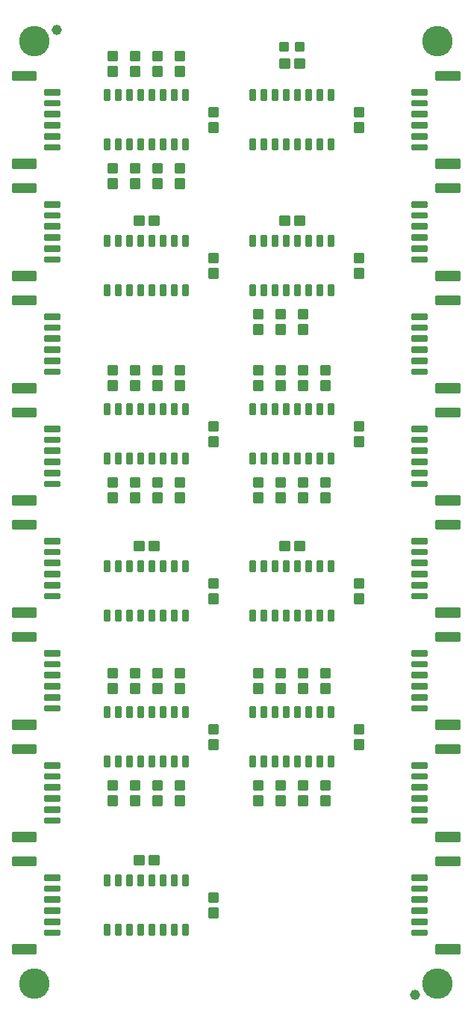
<source format=gts>
G04 EAGLE Gerber RS-274X export*
G75*
%MOMM*%
%FSLAX34Y34*%
%LPD*%
%INSoldermask Top*%
%IPPOS*%
%AMOC8*
5,1,8,0,0,1.08239X$1,22.5*%
G01*
%ADD10C,1.152400*%
%ADD11C,0.255816*%
%ADD12C,0.253525*%
%ADD13C,3.454400*%
%ADD14C,0.449434*%


D10*
X50800Y1104900D03*
X457200Y12700D03*
D11*
X364433Y871683D02*
X359467Y871683D01*
X364433Y871683D02*
X364433Y860717D01*
X359467Y860717D01*
X359467Y871683D01*
X359467Y863147D02*
X364433Y863147D01*
X364433Y865577D02*
X359467Y865577D01*
X359467Y868007D02*
X364433Y868007D01*
X364433Y870437D02*
X359467Y870437D01*
X351733Y871683D02*
X346767Y871683D01*
X351733Y871683D02*
X351733Y860717D01*
X346767Y860717D01*
X346767Y871683D01*
X346767Y863147D02*
X351733Y863147D01*
X351733Y865577D02*
X346767Y865577D01*
X346767Y868007D02*
X351733Y868007D01*
X351733Y870437D02*
X346767Y870437D01*
X339033Y871683D02*
X334067Y871683D01*
X339033Y871683D02*
X339033Y860717D01*
X334067Y860717D01*
X334067Y871683D01*
X334067Y863147D02*
X339033Y863147D01*
X339033Y865577D02*
X334067Y865577D01*
X334067Y868007D02*
X339033Y868007D01*
X339033Y870437D02*
X334067Y870437D01*
X326333Y871683D02*
X321367Y871683D01*
X326333Y871683D02*
X326333Y860717D01*
X321367Y860717D01*
X321367Y871683D01*
X321367Y863147D02*
X326333Y863147D01*
X326333Y865577D02*
X321367Y865577D01*
X321367Y868007D02*
X326333Y868007D01*
X326333Y870437D02*
X321367Y870437D01*
X313633Y871683D02*
X308667Y871683D01*
X313633Y871683D02*
X313633Y860717D01*
X308667Y860717D01*
X308667Y871683D01*
X308667Y863147D02*
X313633Y863147D01*
X313633Y865577D02*
X308667Y865577D01*
X308667Y868007D02*
X313633Y868007D01*
X313633Y870437D02*
X308667Y870437D01*
X300933Y871683D02*
X295967Y871683D01*
X300933Y871683D02*
X300933Y860717D01*
X295967Y860717D01*
X295967Y871683D01*
X295967Y863147D02*
X300933Y863147D01*
X300933Y865577D02*
X295967Y865577D01*
X295967Y868007D02*
X300933Y868007D01*
X300933Y870437D02*
X295967Y870437D01*
X288233Y871683D02*
X283267Y871683D01*
X288233Y871683D02*
X288233Y860717D01*
X283267Y860717D01*
X283267Y871683D01*
X283267Y863147D02*
X288233Y863147D01*
X288233Y865577D02*
X283267Y865577D01*
X283267Y868007D02*
X288233Y868007D01*
X288233Y870437D02*
X283267Y870437D01*
X275533Y871683D02*
X270567Y871683D01*
X275533Y871683D02*
X275533Y860717D01*
X270567Y860717D01*
X270567Y871683D01*
X270567Y863147D02*
X275533Y863147D01*
X275533Y865577D02*
X270567Y865577D01*
X270567Y868007D02*
X275533Y868007D01*
X275533Y870437D02*
X270567Y870437D01*
X270567Y815683D02*
X275533Y815683D01*
X275533Y804717D01*
X270567Y804717D01*
X270567Y815683D01*
X270567Y807147D02*
X275533Y807147D01*
X275533Y809577D02*
X270567Y809577D01*
X270567Y812007D02*
X275533Y812007D01*
X275533Y814437D02*
X270567Y814437D01*
X283267Y815683D02*
X288233Y815683D01*
X288233Y804717D01*
X283267Y804717D01*
X283267Y815683D01*
X283267Y807147D02*
X288233Y807147D01*
X288233Y809577D02*
X283267Y809577D01*
X283267Y812007D02*
X288233Y812007D01*
X288233Y814437D02*
X283267Y814437D01*
X295967Y815683D02*
X300933Y815683D01*
X300933Y804717D01*
X295967Y804717D01*
X295967Y815683D01*
X295967Y807147D02*
X300933Y807147D01*
X300933Y809577D02*
X295967Y809577D01*
X295967Y812007D02*
X300933Y812007D01*
X300933Y814437D02*
X295967Y814437D01*
X308667Y815683D02*
X313633Y815683D01*
X313633Y804717D01*
X308667Y804717D01*
X308667Y815683D01*
X308667Y807147D02*
X313633Y807147D01*
X313633Y809577D02*
X308667Y809577D01*
X308667Y812007D02*
X313633Y812007D01*
X313633Y814437D02*
X308667Y814437D01*
X321367Y815683D02*
X326333Y815683D01*
X326333Y804717D01*
X321367Y804717D01*
X321367Y815683D01*
X321367Y807147D02*
X326333Y807147D01*
X326333Y809577D02*
X321367Y809577D01*
X321367Y812007D02*
X326333Y812007D01*
X326333Y814437D02*
X321367Y814437D01*
X334067Y815683D02*
X339033Y815683D01*
X339033Y804717D01*
X334067Y804717D01*
X334067Y815683D01*
X334067Y807147D02*
X339033Y807147D01*
X339033Y809577D02*
X334067Y809577D01*
X334067Y812007D02*
X339033Y812007D01*
X339033Y814437D02*
X334067Y814437D01*
X346767Y815683D02*
X351733Y815683D01*
X351733Y804717D01*
X346767Y804717D01*
X346767Y815683D01*
X346767Y807147D02*
X351733Y807147D01*
X351733Y809577D02*
X346767Y809577D01*
X346767Y812007D02*
X351733Y812007D01*
X351733Y814437D02*
X346767Y814437D01*
X359467Y815683D02*
X364433Y815683D01*
X364433Y804717D01*
X359467Y804717D01*
X359467Y815683D01*
X359467Y807147D02*
X364433Y807147D01*
X364433Y809577D02*
X359467Y809577D01*
X359467Y812007D02*
X364433Y812007D01*
X364433Y814437D02*
X359467Y814437D01*
D12*
X398195Y824705D02*
X398195Y834695D01*
X398195Y824705D02*
X389205Y824705D01*
X389205Y834695D01*
X398195Y834695D01*
X398195Y827113D02*
X389205Y827113D01*
X389205Y829521D02*
X398195Y829521D01*
X398195Y831929D02*
X389205Y831929D01*
X389205Y834337D02*
X398195Y834337D01*
X398195Y841705D02*
X398195Y851695D01*
X398195Y841705D02*
X389205Y841705D01*
X389205Y851695D01*
X398195Y851695D01*
X398195Y844113D02*
X389205Y844113D01*
X389205Y846521D02*
X398195Y846521D01*
X398195Y848929D02*
X389205Y848929D01*
X389205Y851337D02*
X398195Y851337D01*
D11*
X364433Y503383D02*
X359467Y503383D01*
X364433Y503383D02*
X364433Y492417D01*
X359467Y492417D01*
X359467Y503383D01*
X359467Y494847D02*
X364433Y494847D01*
X364433Y497277D02*
X359467Y497277D01*
X359467Y499707D02*
X364433Y499707D01*
X364433Y502137D02*
X359467Y502137D01*
X351733Y503383D02*
X346767Y503383D01*
X351733Y503383D02*
X351733Y492417D01*
X346767Y492417D01*
X346767Y503383D01*
X346767Y494847D02*
X351733Y494847D01*
X351733Y497277D02*
X346767Y497277D01*
X346767Y499707D02*
X351733Y499707D01*
X351733Y502137D02*
X346767Y502137D01*
X339033Y503383D02*
X334067Y503383D01*
X339033Y503383D02*
X339033Y492417D01*
X334067Y492417D01*
X334067Y503383D01*
X334067Y494847D02*
X339033Y494847D01*
X339033Y497277D02*
X334067Y497277D01*
X334067Y499707D02*
X339033Y499707D01*
X339033Y502137D02*
X334067Y502137D01*
X326333Y503383D02*
X321367Y503383D01*
X326333Y503383D02*
X326333Y492417D01*
X321367Y492417D01*
X321367Y503383D01*
X321367Y494847D02*
X326333Y494847D01*
X326333Y497277D02*
X321367Y497277D01*
X321367Y499707D02*
X326333Y499707D01*
X326333Y502137D02*
X321367Y502137D01*
X313633Y503383D02*
X308667Y503383D01*
X313633Y503383D02*
X313633Y492417D01*
X308667Y492417D01*
X308667Y503383D01*
X308667Y494847D02*
X313633Y494847D01*
X313633Y497277D02*
X308667Y497277D01*
X308667Y499707D02*
X313633Y499707D01*
X313633Y502137D02*
X308667Y502137D01*
X300933Y503383D02*
X295967Y503383D01*
X300933Y503383D02*
X300933Y492417D01*
X295967Y492417D01*
X295967Y503383D01*
X295967Y494847D02*
X300933Y494847D01*
X300933Y497277D02*
X295967Y497277D01*
X295967Y499707D02*
X300933Y499707D01*
X300933Y502137D02*
X295967Y502137D01*
X288233Y503383D02*
X283267Y503383D01*
X288233Y503383D02*
X288233Y492417D01*
X283267Y492417D01*
X283267Y503383D01*
X283267Y494847D02*
X288233Y494847D01*
X288233Y497277D02*
X283267Y497277D01*
X283267Y499707D02*
X288233Y499707D01*
X288233Y502137D02*
X283267Y502137D01*
X275533Y503383D02*
X270567Y503383D01*
X275533Y503383D02*
X275533Y492417D01*
X270567Y492417D01*
X270567Y503383D01*
X270567Y494847D02*
X275533Y494847D01*
X275533Y497277D02*
X270567Y497277D01*
X270567Y499707D02*
X275533Y499707D01*
X275533Y502137D02*
X270567Y502137D01*
X270567Y447383D02*
X275533Y447383D01*
X275533Y436417D01*
X270567Y436417D01*
X270567Y447383D01*
X270567Y438847D02*
X275533Y438847D01*
X275533Y441277D02*
X270567Y441277D01*
X270567Y443707D02*
X275533Y443707D01*
X275533Y446137D02*
X270567Y446137D01*
X283267Y447383D02*
X288233Y447383D01*
X288233Y436417D01*
X283267Y436417D01*
X283267Y447383D01*
X283267Y438847D02*
X288233Y438847D01*
X288233Y441277D02*
X283267Y441277D01*
X283267Y443707D02*
X288233Y443707D01*
X288233Y446137D02*
X283267Y446137D01*
X295967Y447383D02*
X300933Y447383D01*
X300933Y436417D01*
X295967Y436417D01*
X295967Y447383D01*
X295967Y438847D02*
X300933Y438847D01*
X300933Y441277D02*
X295967Y441277D01*
X295967Y443707D02*
X300933Y443707D01*
X300933Y446137D02*
X295967Y446137D01*
X308667Y447383D02*
X313633Y447383D01*
X313633Y436417D01*
X308667Y436417D01*
X308667Y447383D01*
X308667Y438847D02*
X313633Y438847D01*
X313633Y441277D02*
X308667Y441277D01*
X308667Y443707D02*
X313633Y443707D01*
X313633Y446137D02*
X308667Y446137D01*
X321367Y447383D02*
X326333Y447383D01*
X326333Y436417D01*
X321367Y436417D01*
X321367Y447383D01*
X321367Y438847D02*
X326333Y438847D01*
X326333Y441277D02*
X321367Y441277D01*
X321367Y443707D02*
X326333Y443707D01*
X326333Y446137D02*
X321367Y446137D01*
X334067Y447383D02*
X339033Y447383D01*
X339033Y436417D01*
X334067Y436417D01*
X334067Y447383D01*
X334067Y438847D02*
X339033Y438847D01*
X339033Y441277D02*
X334067Y441277D01*
X334067Y443707D02*
X339033Y443707D01*
X339033Y446137D02*
X334067Y446137D01*
X346767Y447383D02*
X351733Y447383D01*
X351733Y436417D01*
X346767Y436417D01*
X346767Y447383D01*
X346767Y438847D02*
X351733Y438847D01*
X351733Y441277D02*
X346767Y441277D01*
X346767Y443707D02*
X351733Y443707D01*
X351733Y446137D02*
X346767Y446137D01*
X359467Y447383D02*
X364433Y447383D01*
X364433Y436417D01*
X359467Y436417D01*
X359467Y447383D01*
X359467Y438847D02*
X364433Y438847D01*
X364433Y441277D02*
X359467Y441277D01*
X359467Y443707D02*
X364433Y443707D01*
X364433Y446137D02*
X359467Y446137D01*
D12*
X398195Y456405D02*
X398195Y466395D01*
X398195Y456405D02*
X389205Y456405D01*
X389205Y466395D01*
X398195Y466395D01*
X398195Y458813D02*
X389205Y458813D01*
X389205Y461221D02*
X398195Y461221D01*
X398195Y463629D02*
X389205Y463629D01*
X389205Y466037D02*
X398195Y466037D01*
X398195Y473405D02*
X398195Y483395D01*
X398195Y473405D02*
X389205Y473405D01*
X389205Y483395D01*
X398195Y483395D01*
X398195Y475813D02*
X389205Y475813D01*
X389205Y478221D02*
X398195Y478221D01*
X398195Y480629D02*
X389205Y480629D01*
X389205Y483037D02*
X398195Y483037D01*
D11*
X364433Y1036783D02*
X359467Y1036783D01*
X364433Y1036783D02*
X364433Y1025817D01*
X359467Y1025817D01*
X359467Y1036783D01*
X359467Y1028247D02*
X364433Y1028247D01*
X364433Y1030677D02*
X359467Y1030677D01*
X359467Y1033107D02*
X364433Y1033107D01*
X364433Y1035537D02*
X359467Y1035537D01*
X351733Y1036783D02*
X346767Y1036783D01*
X351733Y1036783D02*
X351733Y1025817D01*
X346767Y1025817D01*
X346767Y1036783D01*
X346767Y1028247D02*
X351733Y1028247D01*
X351733Y1030677D02*
X346767Y1030677D01*
X346767Y1033107D02*
X351733Y1033107D01*
X351733Y1035537D02*
X346767Y1035537D01*
X339033Y1036783D02*
X334067Y1036783D01*
X339033Y1036783D02*
X339033Y1025817D01*
X334067Y1025817D01*
X334067Y1036783D01*
X334067Y1028247D02*
X339033Y1028247D01*
X339033Y1030677D02*
X334067Y1030677D01*
X334067Y1033107D02*
X339033Y1033107D01*
X339033Y1035537D02*
X334067Y1035537D01*
X326333Y1036783D02*
X321367Y1036783D01*
X326333Y1036783D02*
X326333Y1025817D01*
X321367Y1025817D01*
X321367Y1036783D01*
X321367Y1028247D02*
X326333Y1028247D01*
X326333Y1030677D02*
X321367Y1030677D01*
X321367Y1033107D02*
X326333Y1033107D01*
X326333Y1035537D02*
X321367Y1035537D01*
X313633Y1036783D02*
X308667Y1036783D01*
X313633Y1036783D02*
X313633Y1025817D01*
X308667Y1025817D01*
X308667Y1036783D01*
X308667Y1028247D02*
X313633Y1028247D01*
X313633Y1030677D02*
X308667Y1030677D01*
X308667Y1033107D02*
X313633Y1033107D01*
X313633Y1035537D02*
X308667Y1035537D01*
X300933Y1036783D02*
X295967Y1036783D01*
X300933Y1036783D02*
X300933Y1025817D01*
X295967Y1025817D01*
X295967Y1036783D01*
X295967Y1028247D02*
X300933Y1028247D01*
X300933Y1030677D02*
X295967Y1030677D01*
X295967Y1033107D02*
X300933Y1033107D01*
X300933Y1035537D02*
X295967Y1035537D01*
X288233Y1036783D02*
X283267Y1036783D01*
X288233Y1036783D02*
X288233Y1025817D01*
X283267Y1025817D01*
X283267Y1036783D01*
X283267Y1028247D02*
X288233Y1028247D01*
X288233Y1030677D02*
X283267Y1030677D01*
X283267Y1033107D02*
X288233Y1033107D01*
X288233Y1035537D02*
X283267Y1035537D01*
X275533Y1036783D02*
X270567Y1036783D01*
X275533Y1036783D02*
X275533Y1025817D01*
X270567Y1025817D01*
X270567Y1036783D01*
X270567Y1028247D02*
X275533Y1028247D01*
X275533Y1030677D02*
X270567Y1030677D01*
X270567Y1033107D02*
X275533Y1033107D01*
X275533Y1035537D02*
X270567Y1035537D01*
X270567Y980783D02*
X275533Y980783D01*
X275533Y969817D01*
X270567Y969817D01*
X270567Y980783D01*
X270567Y972247D02*
X275533Y972247D01*
X275533Y974677D02*
X270567Y974677D01*
X270567Y977107D02*
X275533Y977107D01*
X275533Y979537D02*
X270567Y979537D01*
X283267Y980783D02*
X288233Y980783D01*
X288233Y969817D01*
X283267Y969817D01*
X283267Y980783D01*
X283267Y972247D02*
X288233Y972247D01*
X288233Y974677D02*
X283267Y974677D01*
X283267Y977107D02*
X288233Y977107D01*
X288233Y979537D02*
X283267Y979537D01*
X295967Y980783D02*
X300933Y980783D01*
X300933Y969817D01*
X295967Y969817D01*
X295967Y980783D01*
X295967Y972247D02*
X300933Y972247D01*
X300933Y974677D02*
X295967Y974677D01*
X295967Y977107D02*
X300933Y977107D01*
X300933Y979537D02*
X295967Y979537D01*
X308667Y980783D02*
X313633Y980783D01*
X313633Y969817D01*
X308667Y969817D01*
X308667Y980783D01*
X308667Y972247D02*
X313633Y972247D01*
X313633Y974677D02*
X308667Y974677D01*
X308667Y977107D02*
X313633Y977107D01*
X313633Y979537D02*
X308667Y979537D01*
X321367Y980783D02*
X326333Y980783D01*
X326333Y969817D01*
X321367Y969817D01*
X321367Y980783D01*
X321367Y972247D02*
X326333Y972247D01*
X326333Y974677D02*
X321367Y974677D01*
X321367Y977107D02*
X326333Y977107D01*
X326333Y979537D02*
X321367Y979537D01*
X334067Y980783D02*
X339033Y980783D01*
X339033Y969817D01*
X334067Y969817D01*
X334067Y980783D01*
X334067Y972247D02*
X339033Y972247D01*
X339033Y974677D02*
X334067Y974677D01*
X334067Y977107D02*
X339033Y977107D01*
X339033Y979537D02*
X334067Y979537D01*
X346767Y980783D02*
X351733Y980783D01*
X351733Y969817D01*
X346767Y969817D01*
X346767Y980783D01*
X346767Y972247D02*
X351733Y972247D01*
X351733Y974677D02*
X346767Y974677D01*
X346767Y977107D02*
X351733Y977107D01*
X351733Y979537D02*
X346767Y979537D01*
X359467Y980783D02*
X364433Y980783D01*
X364433Y969817D01*
X359467Y969817D01*
X359467Y980783D01*
X359467Y972247D02*
X364433Y972247D01*
X364433Y974677D02*
X359467Y974677D01*
X359467Y977107D02*
X364433Y977107D01*
X364433Y979537D02*
X359467Y979537D01*
D12*
X389205Y1006805D02*
X389205Y1016795D01*
X398195Y1016795D01*
X398195Y1006805D01*
X389205Y1006805D01*
X389205Y1009213D02*
X398195Y1009213D01*
X398195Y1011621D02*
X389205Y1011621D01*
X389205Y1014029D02*
X398195Y1014029D01*
X398195Y1016437D02*
X389205Y1016437D01*
X389205Y999795D02*
X389205Y989805D01*
X389205Y999795D02*
X398195Y999795D01*
X398195Y989805D01*
X389205Y989805D01*
X389205Y992213D02*
X398195Y992213D01*
X398195Y994621D02*
X389205Y994621D01*
X389205Y997029D02*
X398195Y997029D01*
X398195Y999437D02*
X389205Y999437D01*
D11*
X454317Y720533D02*
X454317Y715567D01*
X454317Y720533D02*
X470283Y720533D01*
X470283Y715567D01*
X454317Y715567D01*
X454317Y717997D02*
X470283Y717997D01*
X470283Y720427D02*
X454317Y720427D01*
D12*
X481305Y794555D02*
X507295Y794555D01*
X481305Y794555D02*
X481305Y803545D01*
X507295Y803545D01*
X507295Y794555D01*
X507295Y796963D02*
X481305Y796963D01*
X481305Y799371D02*
X507295Y799371D01*
X507295Y801779D02*
X481305Y801779D01*
X481305Y695055D02*
X507295Y695055D01*
X481305Y695055D02*
X481305Y704045D01*
X507295Y704045D01*
X507295Y695055D01*
X507295Y697463D02*
X481305Y697463D01*
X481305Y699871D02*
X507295Y699871D01*
X507295Y702279D02*
X481305Y702279D01*
D11*
X454317Y728067D02*
X454317Y733033D01*
X470283Y733033D01*
X470283Y728067D01*
X454317Y728067D01*
X454317Y730497D02*
X470283Y730497D01*
X470283Y732927D02*
X454317Y732927D01*
X454317Y740567D02*
X454317Y745533D01*
X470283Y745533D01*
X470283Y740567D01*
X454317Y740567D01*
X454317Y742997D02*
X470283Y742997D01*
X470283Y745427D02*
X454317Y745427D01*
X454317Y753067D02*
X454317Y758033D01*
X470283Y758033D01*
X470283Y753067D01*
X454317Y753067D01*
X454317Y755497D02*
X470283Y755497D01*
X470283Y757927D02*
X454317Y757927D01*
X454317Y765567D02*
X454317Y770533D01*
X470283Y770533D01*
X470283Y765567D01*
X454317Y765567D01*
X454317Y767997D02*
X470283Y767997D01*
X470283Y770427D02*
X454317Y770427D01*
X454317Y778067D02*
X454317Y783033D01*
X470283Y783033D01*
X470283Y778067D01*
X454317Y778067D01*
X454317Y780497D02*
X470283Y780497D01*
X470283Y782927D02*
X454317Y782927D01*
D13*
X482600Y1092200D03*
X25400Y1092200D03*
X482600Y25400D03*
X25400Y25400D03*
D11*
X359467Y681183D02*
X364433Y681183D01*
X364433Y670217D01*
X359467Y670217D01*
X359467Y681183D01*
X359467Y672647D02*
X364433Y672647D01*
X364433Y675077D02*
X359467Y675077D01*
X359467Y677507D02*
X364433Y677507D01*
X364433Y679937D02*
X359467Y679937D01*
X351733Y681183D02*
X346767Y681183D01*
X351733Y681183D02*
X351733Y670217D01*
X346767Y670217D01*
X346767Y681183D01*
X346767Y672647D02*
X351733Y672647D01*
X351733Y675077D02*
X346767Y675077D01*
X346767Y677507D02*
X351733Y677507D01*
X351733Y679937D02*
X346767Y679937D01*
X339033Y681183D02*
X334067Y681183D01*
X339033Y681183D02*
X339033Y670217D01*
X334067Y670217D01*
X334067Y681183D01*
X334067Y672647D02*
X339033Y672647D01*
X339033Y675077D02*
X334067Y675077D01*
X334067Y677507D02*
X339033Y677507D01*
X339033Y679937D02*
X334067Y679937D01*
X326333Y681183D02*
X321367Y681183D01*
X326333Y681183D02*
X326333Y670217D01*
X321367Y670217D01*
X321367Y681183D01*
X321367Y672647D02*
X326333Y672647D01*
X326333Y675077D02*
X321367Y675077D01*
X321367Y677507D02*
X326333Y677507D01*
X326333Y679937D02*
X321367Y679937D01*
X313633Y681183D02*
X308667Y681183D01*
X313633Y681183D02*
X313633Y670217D01*
X308667Y670217D01*
X308667Y681183D01*
X308667Y672647D02*
X313633Y672647D01*
X313633Y675077D02*
X308667Y675077D01*
X308667Y677507D02*
X313633Y677507D01*
X313633Y679937D02*
X308667Y679937D01*
X300933Y681183D02*
X295967Y681183D01*
X300933Y681183D02*
X300933Y670217D01*
X295967Y670217D01*
X295967Y681183D01*
X295967Y672647D02*
X300933Y672647D01*
X300933Y675077D02*
X295967Y675077D01*
X295967Y677507D02*
X300933Y677507D01*
X300933Y679937D02*
X295967Y679937D01*
X288233Y681183D02*
X283267Y681183D01*
X288233Y681183D02*
X288233Y670217D01*
X283267Y670217D01*
X283267Y681183D01*
X283267Y672647D02*
X288233Y672647D01*
X288233Y675077D02*
X283267Y675077D01*
X283267Y677507D02*
X288233Y677507D01*
X288233Y679937D02*
X283267Y679937D01*
X275533Y681183D02*
X270567Y681183D01*
X275533Y681183D02*
X275533Y670217D01*
X270567Y670217D01*
X270567Y681183D01*
X270567Y672647D02*
X275533Y672647D01*
X275533Y675077D02*
X270567Y675077D01*
X270567Y677507D02*
X275533Y677507D01*
X275533Y679937D02*
X270567Y679937D01*
X270567Y625183D02*
X275533Y625183D01*
X275533Y614217D01*
X270567Y614217D01*
X270567Y625183D01*
X270567Y616647D02*
X275533Y616647D01*
X275533Y619077D02*
X270567Y619077D01*
X270567Y621507D02*
X275533Y621507D01*
X275533Y623937D02*
X270567Y623937D01*
X283267Y625183D02*
X288233Y625183D01*
X288233Y614217D01*
X283267Y614217D01*
X283267Y625183D01*
X283267Y616647D02*
X288233Y616647D01*
X288233Y619077D02*
X283267Y619077D01*
X283267Y621507D02*
X288233Y621507D01*
X288233Y623937D02*
X283267Y623937D01*
X295967Y625183D02*
X300933Y625183D01*
X300933Y614217D01*
X295967Y614217D01*
X295967Y625183D01*
X295967Y616647D02*
X300933Y616647D01*
X300933Y619077D02*
X295967Y619077D01*
X295967Y621507D02*
X300933Y621507D01*
X300933Y623937D02*
X295967Y623937D01*
X308667Y625183D02*
X313633Y625183D01*
X313633Y614217D01*
X308667Y614217D01*
X308667Y625183D01*
X308667Y616647D02*
X313633Y616647D01*
X313633Y619077D02*
X308667Y619077D01*
X308667Y621507D02*
X313633Y621507D01*
X313633Y623937D02*
X308667Y623937D01*
X321367Y625183D02*
X326333Y625183D01*
X326333Y614217D01*
X321367Y614217D01*
X321367Y625183D01*
X321367Y616647D02*
X326333Y616647D01*
X326333Y619077D02*
X321367Y619077D01*
X321367Y621507D02*
X326333Y621507D01*
X326333Y623937D02*
X321367Y623937D01*
X334067Y625183D02*
X339033Y625183D01*
X339033Y614217D01*
X334067Y614217D01*
X334067Y625183D01*
X334067Y616647D02*
X339033Y616647D01*
X339033Y619077D02*
X334067Y619077D01*
X334067Y621507D02*
X339033Y621507D01*
X339033Y623937D02*
X334067Y623937D01*
X346767Y625183D02*
X351733Y625183D01*
X351733Y614217D01*
X346767Y614217D01*
X346767Y625183D01*
X346767Y616647D02*
X351733Y616647D01*
X351733Y619077D02*
X346767Y619077D01*
X346767Y621507D02*
X351733Y621507D01*
X351733Y623937D02*
X346767Y623937D01*
X359467Y625183D02*
X364433Y625183D01*
X364433Y614217D01*
X359467Y614217D01*
X359467Y625183D01*
X359467Y616647D02*
X364433Y616647D01*
X364433Y619077D02*
X359467Y619077D01*
X359467Y621507D02*
X364433Y621507D01*
X364433Y623937D02*
X359467Y623937D01*
D12*
X389205Y651205D02*
X389205Y661195D01*
X398195Y661195D01*
X398195Y651205D01*
X389205Y651205D01*
X389205Y653613D02*
X398195Y653613D01*
X398195Y656021D02*
X389205Y656021D01*
X389205Y658429D02*
X398195Y658429D01*
X398195Y660837D02*
X389205Y660837D01*
X389205Y644195D02*
X389205Y634205D01*
X389205Y644195D02*
X398195Y644195D01*
X398195Y634205D01*
X389205Y634205D01*
X389205Y636613D02*
X398195Y636613D01*
X398195Y639021D02*
X389205Y639021D01*
X389205Y641429D02*
X398195Y641429D01*
X398195Y643837D02*
X389205Y643837D01*
X360095Y697705D02*
X360095Y707695D01*
X360095Y697705D02*
X351105Y697705D01*
X351105Y707695D01*
X360095Y707695D01*
X360095Y700113D02*
X351105Y700113D01*
X351105Y702521D02*
X360095Y702521D01*
X360095Y704929D02*
X351105Y704929D01*
X351105Y707337D02*
X360095Y707337D01*
X360095Y714705D02*
X360095Y724695D01*
X360095Y714705D02*
X351105Y714705D01*
X351105Y724695D01*
X360095Y724695D01*
X360095Y717113D02*
X351105Y717113D01*
X351105Y719521D02*
X360095Y719521D01*
X360095Y721929D02*
X351105Y721929D01*
X351105Y724337D02*
X360095Y724337D01*
X334695Y707695D02*
X334695Y697705D01*
X325705Y697705D01*
X325705Y707695D01*
X334695Y707695D01*
X334695Y700113D02*
X325705Y700113D01*
X325705Y702521D02*
X334695Y702521D01*
X334695Y704929D02*
X325705Y704929D01*
X325705Y707337D02*
X334695Y707337D01*
X334695Y714705D02*
X334695Y724695D01*
X334695Y714705D02*
X325705Y714705D01*
X325705Y724695D01*
X334695Y724695D01*
X334695Y717113D02*
X325705Y717113D01*
X325705Y719521D02*
X334695Y719521D01*
X334695Y721929D02*
X325705Y721929D01*
X325705Y724337D02*
X334695Y724337D01*
X309295Y707695D02*
X309295Y697705D01*
X300305Y697705D01*
X300305Y707695D01*
X309295Y707695D01*
X309295Y700113D02*
X300305Y700113D01*
X300305Y702521D02*
X309295Y702521D01*
X309295Y704929D02*
X300305Y704929D01*
X300305Y707337D02*
X309295Y707337D01*
X309295Y714705D02*
X309295Y724695D01*
X309295Y714705D02*
X300305Y714705D01*
X300305Y724695D01*
X309295Y724695D01*
X309295Y717113D02*
X300305Y717113D01*
X300305Y719521D02*
X309295Y719521D01*
X309295Y721929D02*
X300305Y721929D01*
X300305Y724337D02*
X309295Y724337D01*
D11*
X454317Y593533D02*
X454317Y588567D01*
X454317Y593533D02*
X470283Y593533D01*
X470283Y588567D01*
X454317Y588567D01*
X454317Y590997D02*
X470283Y590997D01*
X470283Y593427D02*
X454317Y593427D01*
D12*
X481305Y667555D02*
X507295Y667555D01*
X481305Y667555D02*
X481305Y676545D01*
X507295Y676545D01*
X507295Y667555D01*
X507295Y669963D02*
X481305Y669963D01*
X481305Y672371D02*
X507295Y672371D01*
X507295Y674779D02*
X481305Y674779D01*
X481305Y568055D02*
X507295Y568055D01*
X481305Y568055D02*
X481305Y577045D01*
X507295Y577045D01*
X507295Y568055D01*
X507295Y570463D02*
X481305Y570463D01*
X481305Y572871D02*
X507295Y572871D01*
X507295Y575279D02*
X481305Y575279D01*
D11*
X454317Y601067D02*
X454317Y606033D01*
X470283Y606033D01*
X470283Y601067D01*
X454317Y601067D01*
X454317Y603497D02*
X470283Y603497D01*
X470283Y605927D02*
X454317Y605927D01*
X454317Y613567D02*
X454317Y618533D01*
X470283Y618533D01*
X470283Y613567D01*
X454317Y613567D01*
X454317Y615997D02*
X470283Y615997D01*
X470283Y618427D02*
X454317Y618427D01*
X454317Y626067D02*
X454317Y631033D01*
X470283Y631033D01*
X470283Y626067D01*
X454317Y626067D01*
X454317Y628497D02*
X470283Y628497D01*
X470283Y630927D02*
X454317Y630927D01*
X454317Y638567D02*
X454317Y643533D01*
X470283Y643533D01*
X470283Y638567D01*
X454317Y638567D01*
X454317Y640997D02*
X470283Y640997D01*
X470283Y643427D02*
X454317Y643427D01*
X454317Y651067D02*
X454317Y656033D01*
X470283Y656033D01*
X470283Y651067D01*
X454317Y651067D01*
X454317Y653497D02*
X470283Y653497D01*
X470283Y655927D02*
X454317Y655927D01*
X454317Y466533D02*
X454317Y461567D01*
X454317Y466533D02*
X470283Y466533D01*
X470283Y461567D01*
X454317Y461567D01*
X454317Y463997D02*
X470283Y463997D01*
X470283Y466427D02*
X454317Y466427D01*
D12*
X481305Y540555D02*
X507295Y540555D01*
X481305Y540555D02*
X481305Y549545D01*
X507295Y549545D01*
X507295Y540555D01*
X507295Y542963D02*
X481305Y542963D01*
X481305Y545371D02*
X507295Y545371D01*
X507295Y547779D02*
X481305Y547779D01*
X481305Y441055D02*
X507295Y441055D01*
X481305Y441055D02*
X481305Y450045D01*
X507295Y450045D01*
X507295Y441055D01*
X507295Y443463D02*
X481305Y443463D01*
X481305Y445871D02*
X507295Y445871D01*
X507295Y448279D02*
X481305Y448279D01*
D11*
X454317Y474067D02*
X454317Y479033D01*
X470283Y479033D01*
X470283Y474067D01*
X454317Y474067D01*
X454317Y476497D02*
X470283Y476497D01*
X470283Y478927D02*
X454317Y478927D01*
X454317Y486567D02*
X454317Y491533D01*
X470283Y491533D01*
X470283Y486567D01*
X454317Y486567D01*
X454317Y488997D02*
X470283Y488997D01*
X470283Y491427D02*
X454317Y491427D01*
X454317Y499067D02*
X454317Y504033D01*
X470283Y504033D01*
X470283Y499067D01*
X454317Y499067D01*
X454317Y501497D02*
X470283Y501497D01*
X470283Y503927D02*
X454317Y503927D01*
X454317Y511567D02*
X454317Y516533D01*
X470283Y516533D01*
X470283Y511567D01*
X454317Y511567D01*
X454317Y513997D02*
X470283Y513997D01*
X470283Y516427D02*
X454317Y516427D01*
X454317Y524067D02*
X454317Y529033D01*
X470283Y529033D01*
X470283Y524067D01*
X454317Y524067D01*
X454317Y526497D02*
X470283Y526497D01*
X470283Y528927D02*
X454317Y528927D01*
D12*
X283895Y697705D02*
X283895Y707695D01*
X283895Y697705D02*
X274905Y697705D01*
X274905Y707695D01*
X283895Y707695D01*
X283895Y700113D02*
X274905Y700113D01*
X274905Y702521D02*
X283895Y702521D01*
X283895Y704929D02*
X274905Y704929D01*
X274905Y707337D02*
X283895Y707337D01*
X283895Y714705D02*
X283895Y724695D01*
X283895Y714705D02*
X274905Y714705D01*
X274905Y724695D01*
X283895Y724695D01*
X283895Y717113D02*
X274905Y717113D01*
X274905Y719521D02*
X283895Y719521D01*
X283895Y721929D02*
X274905Y721929D01*
X274905Y724337D02*
X283895Y724337D01*
X274905Y597695D02*
X274905Y587705D01*
X274905Y597695D02*
X283895Y597695D01*
X283895Y587705D01*
X274905Y587705D01*
X274905Y590113D02*
X283895Y590113D01*
X283895Y592521D02*
X274905Y592521D01*
X274905Y594929D02*
X283895Y594929D01*
X283895Y597337D02*
X274905Y597337D01*
X274905Y580695D02*
X274905Y570705D01*
X274905Y580695D02*
X283895Y580695D01*
X283895Y570705D01*
X274905Y570705D01*
X274905Y573113D02*
X283895Y573113D01*
X283895Y575521D02*
X274905Y575521D01*
X274905Y577929D02*
X283895Y577929D01*
X283895Y580337D02*
X274905Y580337D01*
X300305Y587705D02*
X300305Y597695D01*
X309295Y597695D01*
X309295Y587705D01*
X300305Y587705D01*
X300305Y590113D02*
X309295Y590113D01*
X309295Y592521D02*
X300305Y592521D01*
X300305Y594929D02*
X309295Y594929D01*
X309295Y597337D02*
X300305Y597337D01*
X300305Y580695D02*
X300305Y570705D01*
X300305Y580695D02*
X309295Y580695D01*
X309295Y570705D01*
X300305Y570705D01*
X300305Y573113D02*
X309295Y573113D01*
X309295Y575521D02*
X300305Y575521D01*
X300305Y577929D02*
X309295Y577929D01*
X309295Y580337D02*
X300305Y580337D01*
X325705Y587705D02*
X325705Y597695D01*
X334695Y597695D01*
X334695Y587705D01*
X325705Y587705D01*
X325705Y590113D02*
X334695Y590113D01*
X334695Y592521D02*
X325705Y592521D01*
X325705Y594929D02*
X334695Y594929D01*
X334695Y597337D02*
X325705Y597337D01*
X325705Y580695D02*
X325705Y570705D01*
X325705Y580695D02*
X334695Y580695D01*
X334695Y570705D01*
X325705Y570705D01*
X325705Y573113D02*
X334695Y573113D01*
X334695Y575521D02*
X325705Y575521D01*
X325705Y577929D02*
X334695Y577929D01*
X334695Y580337D02*
X325705Y580337D01*
X351105Y587705D02*
X351105Y597695D01*
X360095Y597695D01*
X360095Y587705D01*
X351105Y587705D01*
X351105Y590113D02*
X360095Y590113D01*
X360095Y592521D02*
X351105Y592521D01*
X351105Y594929D02*
X360095Y594929D01*
X360095Y597337D02*
X351105Y597337D01*
X351105Y580695D02*
X351105Y570705D01*
X351105Y580695D02*
X360095Y580695D01*
X360095Y570705D01*
X351105Y570705D01*
X351105Y573113D02*
X360095Y573113D01*
X360095Y575521D02*
X351105Y575521D01*
X351105Y577929D02*
X360095Y577929D01*
X360095Y580337D02*
X351105Y580337D01*
D11*
X359467Y338283D02*
X364433Y338283D01*
X364433Y327317D01*
X359467Y327317D01*
X359467Y338283D01*
X359467Y329747D02*
X364433Y329747D01*
X364433Y332177D02*
X359467Y332177D01*
X359467Y334607D02*
X364433Y334607D01*
X364433Y337037D02*
X359467Y337037D01*
X351733Y338283D02*
X346767Y338283D01*
X351733Y338283D02*
X351733Y327317D01*
X346767Y327317D01*
X346767Y338283D01*
X346767Y329747D02*
X351733Y329747D01*
X351733Y332177D02*
X346767Y332177D01*
X346767Y334607D02*
X351733Y334607D01*
X351733Y337037D02*
X346767Y337037D01*
X339033Y338283D02*
X334067Y338283D01*
X339033Y338283D02*
X339033Y327317D01*
X334067Y327317D01*
X334067Y338283D01*
X334067Y329747D02*
X339033Y329747D01*
X339033Y332177D02*
X334067Y332177D01*
X334067Y334607D02*
X339033Y334607D01*
X339033Y337037D02*
X334067Y337037D01*
X326333Y338283D02*
X321367Y338283D01*
X326333Y338283D02*
X326333Y327317D01*
X321367Y327317D01*
X321367Y338283D01*
X321367Y329747D02*
X326333Y329747D01*
X326333Y332177D02*
X321367Y332177D01*
X321367Y334607D02*
X326333Y334607D01*
X326333Y337037D02*
X321367Y337037D01*
X313633Y338283D02*
X308667Y338283D01*
X313633Y338283D02*
X313633Y327317D01*
X308667Y327317D01*
X308667Y338283D01*
X308667Y329747D02*
X313633Y329747D01*
X313633Y332177D02*
X308667Y332177D01*
X308667Y334607D02*
X313633Y334607D01*
X313633Y337037D02*
X308667Y337037D01*
X300933Y338283D02*
X295967Y338283D01*
X300933Y338283D02*
X300933Y327317D01*
X295967Y327317D01*
X295967Y338283D01*
X295967Y329747D02*
X300933Y329747D01*
X300933Y332177D02*
X295967Y332177D01*
X295967Y334607D02*
X300933Y334607D01*
X300933Y337037D02*
X295967Y337037D01*
X288233Y338283D02*
X283267Y338283D01*
X288233Y338283D02*
X288233Y327317D01*
X283267Y327317D01*
X283267Y338283D01*
X283267Y329747D02*
X288233Y329747D01*
X288233Y332177D02*
X283267Y332177D01*
X283267Y334607D02*
X288233Y334607D01*
X288233Y337037D02*
X283267Y337037D01*
X275533Y338283D02*
X270567Y338283D01*
X275533Y338283D02*
X275533Y327317D01*
X270567Y327317D01*
X270567Y338283D01*
X270567Y329747D02*
X275533Y329747D01*
X275533Y332177D02*
X270567Y332177D01*
X270567Y334607D02*
X275533Y334607D01*
X275533Y337037D02*
X270567Y337037D01*
X270567Y282283D02*
X275533Y282283D01*
X275533Y271317D01*
X270567Y271317D01*
X270567Y282283D01*
X270567Y273747D02*
X275533Y273747D01*
X275533Y276177D02*
X270567Y276177D01*
X270567Y278607D02*
X275533Y278607D01*
X275533Y281037D02*
X270567Y281037D01*
X283267Y282283D02*
X288233Y282283D01*
X288233Y271317D01*
X283267Y271317D01*
X283267Y282283D01*
X283267Y273747D02*
X288233Y273747D01*
X288233Y276177D02*
X283267Y276177D01*
X283267Y278607D02*
X288233Y278607D01*
X288233Y281037D02*
X283267Y281037D01*
X295967Y282283D02*
X300933Y282283D01*
X300933Y271317D01*
X295967Y271317D01*
X295967Y282283D01*
X295967Y273747D02*
X300933Y273747D01*
X300933Y276177D02*
X295967Y276177D01*
X295967Y278607D02*
X300933Y278607D01*
X300933Y281037D02*
X295967Y281037D01*
X308667Y282283D02*
X313633Y282283D01*
X313633Y271317D01*
X308667Y271317D01*
X308667Y282283D01*
X308667Y273747D02*
X313633Y273747D01*
X313633Y276177D02*
X308667Y276177D01*
X308667Y278607D02*
X313633Y278607D01*
X313633Y281037D02*
X308667Y281037D01*
X321367Y282283D02*
X326333Y282283D01*
X326333Y271317D01*
X321367Y271317D01*
X321367Y282283D01*
X321367Y273747D02*
X326333Y273747D01*
X326333Y276177D02*
X321367Y276177D01*
X321367Y278607D02*
X326333Y278607D01*
X326333Y281037D02*
X321367Y281037D01*
X334067Y282283D02*
X339033Y282283D01*
X339033Y271317D01*
X334067Y271317D01*
X334067Y282283D01*
X334067Y273747D02*
X339033Y273747D01*
X339033Y276177D02*
X334067Y276177D01*
X334067Y278607D02*
X339033Y278607D01*
X339033Y281037D02*
X334067Y281037D01*
X346767Y282283D02*
X351733Y282283D01*
X351733Y271317D01*
X346767Y271317D01*
X346767Y282283D01*
X346767Y273747D02*
X351733Y273747D01*
X351733Y276177D02*
X346767Y276177D01*
X346767Y278607D02*
X351733Y278607D01*
X351733Y281037D02*
X346767Y281037D01*
X359467Y282283D02*
X364433Y282283D01*
X364433Y271317D01*
X359467Y271317D01*
X359467Y282283D01*
X359467Y273747D02*
X364433Y273747D01*
X364433Y276177D02*
X359467Y276177D01*
X359467Y278607D02*
X364433Y278607D01*
X364433Y281037D02*
X359467Y281037D01*
D12*
X389205Y308305D02*
X389205Y318295D01*
X398195Y318295D01*
X398195Y308305D01*
X389205Y308305D01*
X389205Y310713D02*
X398195Y310713D01*
X398195Y313121D02*
X389205Y313121D01*
X389205Y315529D02*
X398195Y315529D01*
X398195Y317937D02*
X389205Y317937D01*
X389205Y301295D02*
X389205Y291305D01*
X389205Y301295D02*
X398195Y301295D01*
X398195Y291305D01*
X389205Y291305D01*
X389205Y293713D02*
X398195Y293713D01*
X398195Y296121D02*
X389205Y296121D01*
X389205Y298529D02*
X398195Y298529D01*
X398195Y300937D02*
X389205Y300937D01*
X360095Y354805D02*
X360095Y364795D01*
X360095Y354805D02*
X351105Y354805D01*
X351105Y364795D01*
X360095Y364795D01*
X360095Y357213D02*
X351105Y357213D01*
X351105Y359621D02*
X360095Y359621D01*
X360095Y362029D02*
X351105Y362029D01*
X351105Y364437D02*
X360095Y364437D01*
X360095Y371805D02*
X360095Y381795D01*
X360095Y371805D02*
X351105Y371805D01*
X351105Y381795D01*
X360095Y381795D01*
X360095Y374213D02*
X351105Y374213D01*
X351105Y376621D02*
X360095Y376621D01*
X360095Y379029D02*
X351105Y379029D01*
X351105Y381437D02*
X360095Y381437D01*
X334695Y364795D02*
X334695Y354805D01*
X325705Y354805D01*
X325705Y364795D01*
X334695Y364795D01*
X334695Y357213D02*
X325705Y357213D01*
X325705Y359621D02*
X334695Y359621D01*
X334695Y362029D02*
X325705Y362029D01*
X325705Y364437D02*
X334695Y364437D01*
X334695Y371805D02*
X334695Y381795D01*
X334695Y371805D02*
X325705Y371805D01*
X325705Y381795D01*
X334695Y381795D01*
X334695Y374213D02*
X325705Y374213D01*
X325705Y376621D02*
X334695Y376621D01*
X334695Y379029D02*
X325705Y379029D01*
X325705Y381437D02*
X334695Y381437D01*
X309295Y364795D02*
X309295Y354805D01*
X300305Y354805D01*
X300305Y364795D01*
X309295Y364795D01*
X309295Y357213D02*
X300305Y357213D01*
X300305Y359621D02*
X309295Y359621D01*
X309295Y362029D02*
X300305Y362029D01*
X300305Y364437D02*
X309295Y364437D01*
X309295Y371805D02*
X309295Y381795D01*
X309295Y371805D02*
X300305Y371805D01*
X300305Y381795D01*
X309295Y381795D01*
X309295Y374213D02*
X300305Y374213D01*
X300305Y376621D02*
X309295Y376621D01*
X309295Y379029D02*
X300305Y379029D01*
X300305Y381437D02*
X309295Y381437D01*
X283895Y364795D02*
X283895Y354805D01*
X274905Y354805D01*
X274905Y364795D01*
X283895Y364795D01*
X283895Y357213D02*
X274905Y357213D01*
X274905Y359621D02*
X283895Y359621D01*
X283895Y362029D02*
X274905Y362029D01*
X274905Y364437D02*
X283895Y364437D01*
X283895Y371805D02*
X283895Y381795D01*
X283895Y371805D02*
X274905Y371805D01*
X274905Y381795D01*
X283895Y381795D01*
X283895Y374213D02*
X274905Y374213D01*
X274905Y376621D02*
X283895Y376621D01*
X283895Y379029D02*
X274905Y379029D01*
X274905Y381437D02*
X283895Y381437D01*
X274905Y254795D02*
X274905Y244805D01*
X274905Y254795D02*
X283895Y254795D01*
X283895Y244805D01*
X274905Y244805D01*
X274905Y247213D02*
X283895Y247213D01*
X283895Y249621D02*
X274905Y249621D01*
X274905Y252029D02*
X283895Y252029D01*
X283895Y254437D02*
X274905Y254437D01*
X274905Y237795D02*
X274905Y227805D01*
X274905Y237795D02*
X283895Y237795D01*
X283895Y227805D01*
X274905Y227805D01*
X274905Y230213D02*
X283895Y230213D01*
X283895Y232621D02*
X274905Y232621D01*
X274905Y235029D02*
X283895Y235029D01*
X283895Y237437D02*
X274905Y237437D01*
X300305Y244805D02*
X300305Y254795D01*
X309295Y254795D01*
X309295Y244805D01*
X300305Y244805D01*
X300305Y247213D02*
X309295Y247213D01*
X309295Y249621D02*
X300305Y249621D01*
X300305Y252029D02*
X309295Y252029D01*
X309295Y254437D02*
X300305Y254437D01*
X300305Y237795D02*
X300305Y227805D01*
X300305Y237795D02*
X309295Y237795D01*
X309295Y227805D01*
X300305Y227805D01*
X300305Y230213D02*
X309295Y230213D01*
X309295Y232621D02*
X300305Y232621D01*
X300305Y235029D02*
X309295Y235029D01*
X309295Y237437D02*
X300305Y237437D01*
X325705Y244805D02*
X325705Y254795D01*
X334695Y254795D01*
X334695Y244805D01*
X325705Y244805D01*
X325705Y247213D02*
X334695Y247213D01*
X334695Y249621D02*
X325705Y249621D01*
X325705Y252029D02*
X334695Y252029D01*
X334695Y254437D02*
X325705Y254437D01*
X325705Y237795D02*
X325705Y227805D01*
X325705Y237795D02*
X334695Y237795D01*
X334695Y227805D01*
X325705Y227805D01*
X325705Y230213D02*
X334695Y230213D01*
X334695Y232621D02*
X325705Y232621D01*
X325705Y235029D02*
X334695Y235029D01*
X334695Y237437D02*
X325705Y237437D01*
X351105Y244805D02*
X351105Y254795D01*
X360095Y254795D01*
X360095Y244805D01*
X351105Y244805D01*
X351105Y247213D02*
X360095Y247213D01*
X360095Y249621D02*
X351105Y249621D01*
X351105Y252029D02*
X360095Y252029D01*
X360095Y254437D02*
X351105Y254437D01*
X351105Y237795D02*
X351105Y227805D01*
X351105Y237795D02*
X360095Y237795D01*
X360095Y227805D01*
X351105Y227805D01*
X351105Y230213D02*
X360095Y230213D01*
X360095Y232621D02*
X351105Y232621D01*
X351105Y235029D02*
X360095Y235029D01*
X360095Y237437D02*
X351105Y237437D01*
D11*
X199333Y871683D02*
X194367Y871683D01*
X199333Y871683D02*
X199333Y860717D01*
X194367Y860717D01*
X194367Y871683D01*
X194367Y863147D02*
X199333Y863147D01*
X199333Y865577D02*
X194367Y865577D01*
X194367Y868007D02*
X199333Y868007D01*
X199333Y870437D02*
X194367Y870437D01*
X186633Y871683D02*
X181667Y871683D01*
X186633Y871683D02*
X186633Y860717D01*
X181667Y860717D01*
X181667Y871683D01*
X181667Y863147D02*
X186633Y863147D01*
X186633Y865577D02*
X181667Y865577D01*
X181667Y868007D02*
X186633Y868007D01*
X186633Y870437D02*
X181667Y870437D01*
X173933Y871683D02*
X168967Y871683D01*
X173933Y871683D02*
X173933Y860717D01*
X168967Y860717D01*
X168967Y871683D01*
X168967Y863147D02*
X173933Y863147D01*
X173933Y865577D02*
X168967Y865577D01*
X168967Y868007D02*
X173933Y868007D01*
X173933Y870437D02*
X168967Y870437D01*
X161233Y871683D02*
X156267Y871683D01*
X161233Y871683D02*
X161233Y860717D01*
X156267Y860717D01*
X156267Y871683D01*
X156267Y863147D02*
X161233Y863147D01*
X161233Y865577D02*
X156267Y865577D01*
X156267Y868007D02*
X161233Y868007D01*
X161233Y870437D02*
X156267Y870437D01*
X148533Y871683D02*
X143567Y871683D01*
X148533Y871683D02*
X148533Y860717D01*
X143567Y860717D01*
X143567Y871683D01*
X143567Y863147D02*
X148533Y863147D01*
X148533Y865577D02*
X143567Y865577D01*
X143567Y868007D02*
X148533Y868007D01*
X148533Y870437D02*
X143567Y870437D01*
X135833Y871683D02*
X130867Y871683D01*
X135833Y871683D02*
X135833Y860717D01*
X130867Y860717D01*
X130867Y871683D01*
X130867Y863147D02*
X135833Y863147D01*
X135833Y865577D02*
X130867Y865577D01*
X130867Y868007D02*
X135833Y868007D01*
X135833Y870437D02*
X130867Y870437D01*
X123133Y871683D02*
X118167Y871683D01*
X123133Y871683D02*
X123133Y860717D01*
X118167Y860717D01*
X118167Y871683D01*
X118167Y863147D02*
X123133Y863147D01*
X123133Y865577D02*
X118167Y865577D01*
X118167Y868007D02*
X123133Y868007D01*
X123133Y870437D02*
X118167Y870437D01*
X110433Y871683D02*
X105467Y871683D01*
X110433Y871683D02*
X110433Y860717D01*
X105467Y860717D01*
X105467Y871683D01*
X105467Y863147D02*
X110433Y863147D01*
X110433Y865577D02*
X105467Y865577D01*
X105467Y868007D02*
X110433Y868007D01*
X110433Y870437D02*
X105467Y870437D01*
X105467Y815683D02*
X110433Y815683D01*
X110433Y804717D01*
X105467Y804717D01*
X105467Y815683D01*
X105467Y807147D02*
X110433Y807147D01*
X110433Y809577D02*
X105467Y809577D01*
X105467Y812007D02*
X110433Y812007D01*
X110433Y814437D02*
X105467Y814437D01*
X118167Y815683D02*
X123133Y815683D01*
X123133Y804717D01*
X118167Y804717D01*
X118167Y815683D01*
X118167Y807147D02*
X123133Y807147D01*
X123133Y809577D02*
X118167Y809577D01*
X118167Y812007D02*
X123133Y812007D01*
X123133Y814437D02*
X118167Y814437D01*
X130867Y815683D02*
X135833Y815683D01*
X135833Y804717D01*
X130867Y804717D01*
X130867Y815683D01*
X130867Y807147D02*
X135833Y807147D01*
X135833Y809577D02*
X130867Y809577D01*
X130867Y812007D02*
X135833Y812007D01*
X135833Y814437D02*
X130867Y814437D01*
X143567Y815683D02*
X148533Y815683D01*
X148533Y804717D01*
X143567Y804717D01*
X143567Y815683D01*
X143567Y807147D02*
X148533Y807147D01*
X148533Y809577D02*
X143567Y809577D01*
X143567Y812007D02*
X148533Y812007D01*
X148533Y814437D02*
X143567Y814437D01*
X156267Y815683D02*
X161233Y815683D01*
X161233Y804717D01*
X156267Y804717D01*
X156267Y815683D01*
X156267Y807147D02*
X161233Y807147D01*
X161233Y809577D02*
X156267Y809577D01*
X156267Y812007D02*
X161233Y812007D01*
X161233Y814437D02*
X156267Y814437D01*
X168967Y815683D02*
X173933Y815683D01*
X173933Y804717D01*
X168967Y804717D01*
X168967Y815683D01*
X168967Y807147D02*
X173933Y807147D01*
X173933Y809577D02*
X168967Y809577D01*
X168967Y812007D02*
X173933Y812007D01*
X173933Y814437D02*
X168967Y814437D01*
X181667Y815683D02*
X186633Y815683D01*
X186633Y804717D01*
X181667Y804717D01*
X181667Y815683D01*
X181667Y807147D02*
X186633Y807147D01*
X186633Y809577D02*
X181667Y809577D01*
X181667Y812007D02*
X186633Y812007D01*
X186633Y814437D02*
X181667Y814437D01*
X194367Y815683D02*
X199333Y815683D01*
X199333Y804717D01*
X194367Y804717D01*
X194367Y815683D01*
X194367Y807147D02*
X199333Y807147D01*
X199333Y809577D02*
X194367Y809577D01*
X194367Y812007D02*
X199333Y812007D01*
X199333Y814437D02*
X194367Y814437D01*
D12*
X233095Y824705D02*
X233095Y834695D01*
X233095Y824705D02*
X224105Y824705D01*
X224105Y834695D01*
X233095Y834695D01*
X233095Y827113D02*
X224105Y827113D01*
X224105Y829521D02*
X233095Y829521D01*
X233095Y831929D02*
X224105Y831929D01*
X224105Y834337D02*
X233095Y834337D01*
X233095Y841705D02*
X233095Y851695D01*
X233095Y841705D02*
X224105Y841705D01*
X224105Y851695D01*
X233095Y851695D01*
X233095Y844113D02*
X224105Y844113D01*
X224105Y846521D02*
X233095Y846521D01*
X233095Y848929D02*
X224105Y848929D01*
X224105Y851337D02*
X233095Y851337D01*
D11*
X199333Y503383D02*
X194367Y503383D01*
X199333Y503383D02*
X199333Y492417D01*
X194367Y492417D01*
X194367Y503383D01*
X194367Y494847D02*
X199333Y494847D01*
X199333Y497277D02*
X194367Y497277D01*
X194367Y499707D02*
X199333Y499707D01*
X199333Y502137D02*
X194367Y502137D01*
X186633Y503383D02*
X181667Y503383D01*
X186633Y503383D02*
X186633Y492417D01*
X181667Y492417D01*
X181667Y503383D01*
X181667Y494847D02*
X186633Y494847D01*
X186633Y497277D02*
X181667Y497277D01*
X181667Y499707D02*
X186633Y499707D01*
X186633Y502137D02*
X181667Y502137D01*
X173933Y503383D02*
X168967Y503383D01*
X173933Y503383D02*
X173933Y492417D01*
X168967Y492417D01*
X168967Y503383D01*
X168967Y494847D02*
X173933Y494847D01*
X173933Y497277D02*
X168967Y497277D01*
X168967Y499707D02*
X173933Y499707D01*
X173933Y502137D02*
X168967Y502137D01*
X161233Y503383D02*
X156267Y503383D01*
X161233Y503383D02*
X161233Y492417D01*
X156267Y492417D01*
X156267Y503383D01*
X156267Y494847D02*
X161233Y494847D01*
X161233Y497277D02*
X156267Y497277D01*
X156267Y499707D02*
X161233Y499707D01*
X161233Y502137D02*
X156267Y502137D01*
X148533Y503383D02*
X143567Y503383D01*
X148533Y503383D02*
X148533Y492417D01*
X143567Y492417D01*
X143567Y503383D01*
X143567Y494847D02*
X148533Y494847D01*
X148533Y497277D02*
X143567Y497277D01*
X143567Y499707D02*
X148533Y499707D01*
X148533Y502137D02*
X143567Y502137D01*
X135833Y503383D02*
X130867Y503383D01*
X135833Y503383D02*
X135833Y492417D01*
X130867Y492417D01*
X130867Y503383D01*
X130867Y494847D02*
X135833Y494847D01*
X135833Y497277D02*
X130867Y497277D01*
X130867Y499707D02*
X135833Y499707D01*
X135833Y502137D02*
X130867Y502137D01*
X123133Y503383D02*
X118167Y503383D01*
X123133Y503383D02*
X123133Y492417D01*
X118167Y492417D01*
X118167Y503383D01*
X118167Y494847D02*
X123133Y494847D01*
X123133Y497277D02*
X118167Y497277D01*
X118167Y499707D02*
X123133Y499707D01*
X123133Y502137D02*
X118167Y502137D01*
X110433Y503383D02*
X105467Y503383D01*
X110433Y503383D02*
X110433Y492417D01*
X105467Y492417D01*
X105467Y503383D01*
X105467Y494847D02*
X110433Y494847D01*
X110433Y497277D02*
X105467Y497277D01*
X105467Y499707D02*
X110433Y499707D01*
X110433Y502137D02*
X105467Y502137D01*
X105467Y447383D02*
X110433Y447383D01*
X110433Y436417D01*
X105467Y436417D01*
X105467Y447383D01*
X105467Y438847D02*
X110433Y438847D01*
X110433Y441277D02*
X105467Y441277D01*
X105467Y443707D02*
X110433Y443707D01*
X110433Y446137D02*
X105467Y446137D01*
X118167Y447383D02*
X123133Y447383D01*
X123133Y436417D01*
X118167Y436417D01*
X118167Y447383D01*
X118167Y438847D02*
X123133Y438847D01*
X123133Y441277D02*
X118167Y441277D01*
X118167Y443707D02*
X123133Y443707D01*
X123133Y446137D02*
X118167Y446137D01*
X130867Y447383D02*
X135833Y447383D01*
X135833Y436417D01*
X130867Y436417D01*
X130867Y447383D01*
X130867Y438847D02*
X135833Y438847D01*
X135833Y441277D02*
X130867Y441277D01*
X130867Y443707D02*
X135833Y443707D01*
X135833Y446137D02*
X130867Y446137D01*
X143567Y447383D02*
X148533Y447383D01*
X148533Y436417D01*
X143567Y436417D01*
X143567Y447383D01*
X143567Y438847D02*
X148533Y438847D01*
X148533Y441277D02*
X143567Y441277D01*
X143567Y443707D02*
X148533Y443707D01*
X148533Y446137D02*
X143567Y446137D01*
X156267Y447383D02*
X161233Y447383D01*
X161233Y436417D01*
X156267Y436417D01*
X156267Y447383D01*
X156267Y438847D02*
X161233Y438847D01*
X161233Y441277D02*
X156267Y441277D01*
X156267Y443707D02*
X161233Y443707D01*
X161233Y446137D02*
X156267Y446137D01*
X168967Y447383D02*
X173933Y447383D01*
X173933Y436417D01*
X168967Y436417D01*
X168967Y447383D01*
X168967Y438847D02*
X173933Y438847D01*
X173933Y441277D02*
X168967Y441277D01*
X168967Y443707D02*
X173933Y443707D01*
X173933Y446137D02*
X168967Y446137D01*
X181667Y447383D02*
X186633Y447383D01*
X186633Y436417D01*
X181667Y436417D01*
X181667Y447383D01*
X181667Y438847D02*
X186633Y438847D01*
X186633Y441277D02*
X181667Y441277D01*
X181667Y443707D02*
X186633Y443707D01*
X186633Y446137D02*
X181667Y446137D01*
X194367Y447383D02*
X199333Y447383D01*
X199333Y436417D01*
X194367Y436417D01*
X194367Y447383D01*
X194367Y438847D02*
X199333Y438847D01*
X199333Y441277D02*
X194367Y441277D01*
X194367Y443707D02*
X199333Y443707D01*
X199333Y446137D02*
X194367Y446137D01*
D12*
X233095Y456405D02*
X233095Y466395D01*
X233095Y456405D02*
X224105Y456405D01*
X224105Y466395D01*
X233095Y466395D01*
X233095Y458813D02*
X224105Y458813D01*
X224105Y461221D02*
X233095Y461221D01*
X233095Y463629D02*
X224105Y463629D01*
X224105Y466037D02*
X233095Y466037D01*
X233095Y473405D02*
X233095Y483395D01*
X233095Y473405D02*
X224105Y473405D01*
X224105Y483395D01*
X233095Y483395D01*
X233095Y475813D02*
X224105Y475813D01*
X224105Y478221D02*
X233095Y478221D01*
X233095Y480629D02*
X224105Y480629D01*
X224105Y483037D02*
X233095Y483037D01*
D11*
X454317Y212533D02*
X454317Y207567D01*
X454317Y212533D02*
X470283Y212533D01*
X470283Y207567D01*
X454317Y207567D01*
X454317Y209997D02*
X470283Y209997D01*
X470283Y212427D02*
X454317Y212427D01*
D12*
X481305Y286555D02*
X507295Y286555D01*
X481305Y286555D02*
X481305Y295545D01*
X507295Y295545D01*
X507295Y286555D01*
X507295Y288963D02*
X481305Y288963D01*
X481305Y291371D02*
X507295Y291371D01*
X507295Y293779D02*
X481305Y293779D01*
X481305Y187055D02*
X507295Y187055D01*
X481305Y187055D02*
X481305Y196045D01*
X507295Y196045D01*
X507295Y187055D01*
X507295Y189463D02*
X481305Y189463D01*
X481305Y191871D02*
X507295Y191871D01*
X507295Y194279D02*
X481305Y194279D01*
D11*
X454317Y220067D02*
X454317Y225033D01*
X470283Y225033D01*
X470283Y220067D01*
X454317Y220067D01*
X454317Y222497D02*
X470283Y222497D01*
X470283Y224927D02*
X454317Y224927D01*
X454317Y232567D02*
X454317Y237533D01*
X470283Y237533D01*
X470283Y232567D01*
X454317Y232567D01*
X454317Y234997D02*
X470283Y234997D01*
X470283Y237427D02*
X454317Y237427D01*
X454317Y245067D02*
X454317Y250033D01*
X470283Y250033D01*
X470283Y245067D01*
X454317Y245067D01*
X454317Y247497D02*
X470283Y247497D01*
X470283Y249927D02*
X454317Y249927D01*
X454317Y257567D02*
X454317Y262533D01*
X470283Y262533D01*
X470283Y257567D01*
X454317Y257567D01*
X454317Y259997D02*
X470283Y259997D01*
X470283Y262427D02*
X454317Y262427D01*
X454317Y270067D02*
X454317Y275033D01*
X470283Y275033D01*
X470283Y270067D01*
X454317Y270067D01*
X454317Y272497D02*
X470283Y272497D01*
X470283Y274927D02*
X454317Y274927D01*
X199333Y1036783D02*
X194367Y1036783D01*
X199333Y1036783D02*
X199333Y1025817D01*
X194367Y1025817D01*
X194367Y1036783D01*
X194367Y1028247D02*
X199333Y1028247D01*
X199333Y1030677D02*
X194367Y1030677D01*
X194367Y1033107D02*
X199333Y1033107D01*
X199333Y1035537D02*
X194367Y1035537D01*
X186633Y1036783D02*
X181667Y1036783D01*
X186633Y1036783D02*
X186633Y1025817D01*
X181667Y1025817D01*
X181667Y1036783D01*
X181667Y1028247D02*
X186633Y1028247D01*
X186633Y1030677D02*
X181667Y1030677D01*
X181667Y1033107D02*
X186633Y1033107D01*
X186633Y1035537D02*
X181667Y1035537D01*
X173933Y1036783D02*
X168967Y1036783D01*
X173933Y1036783D02*
X173933Y1025817D01*
X168967Y1025817D01*
X168967Y1036783D01*
X168967Y1028247D02*
X173933Y1028247D01*
X173933Y1030677D02*
X168967Y1030677D01*
X168967Y1033107D02*
X173933Y1033107D01*
X173933Y1035537D02*
X168967Y1035537D01*
X161233Y1036783D02*
X156267Y1036783D01*
X161233Y1036783D02*
X161233Y1025817D01*
X156267Y1025817D01*
X156267Y1036783D01*
X156267Y1028247D02*
X161233Y1028247D01*
X161233Y1030677D02*
X156267Y1030677D01*
X156267Y1033107D02*
X161233Y1033107D01*
X161233Y1035537D02*
X156267Y1035537D01*
X148533Y1036783D02*
X143567Y1036783D01*
X148533Y1036783D02*
X148533Y1025817D01*
X143567Y1025817D01*
X143567Y1036783D01*
X143567Y1028247D02*
X148533Y1028247D01*
X148533Y1030677D02*
X143567Y1030677D01*
X143567Y1033107D02*
X148533Y1033107D01*
X148533Y1035537D02*
X143567Y1035537D01*
X135833Y1036783D02*
X130867Y1036783D01*
X135833Y1036783D02*
X135833Y1025817D01*
X130867Y1025817D01*
X130867Y1036783D01*
X130867Y1028247D02*
X135833Y1028247D01*
X135833Y1030677D02*
X130867Y1030677D01*
X130867Y1033107D02*
X135833Y1033107D01*
X135833Y1035537D02*
X130867Y1035537D01*
X123133Y1036783D02*
X118167Y1036783D01*
X123133Y1036783D02*
X123133Y1025817D01*
X118167Y1025817D01*
X118167Y1036783D01*
X118167Y1028247D02*
X123133Y1028247D01*
X123133Y1030677D02*
X118167Y1030677D01*
X118167Y1033107D02*
X123133Y1033107D01*
X123133Y1035537D02*
X118167Y1035537D01*
X110433Y1036783D02*
X105467Y1036783D01*
X110433Y1036783D02*
X110433Y1025817D01*
X105467Y1025817D01*
X105467Y1036783D01*
X105467Y1028247D02*
X110433Y1028247D01*
X110433Y1030677D02*
X105467Y1030677D01*
X105467Y1033107D02*
X110433Y1033107D01*
X110433Y1035537D02*
X105467Y1035537D01*
X105467Y980783D02*
X110433Y980783D01*
X110433Y969817D01*
X105467Y969817D01*
X105467Y980783D01*
X105467Y972247D02*
X110433Y972247D01*
X110433Y974677D02*
X105467Y974677D01*
X105467Y977107D02*
X110433Y977107D01*
X110433Y979537D02*
X105467Y979537D01*
X118167Y980783D02*
X123133Y980783D01*
X123133Y969817D01*
X118167Y969817D01*
X118167Y980783D01*
X118167Y972247D02*
X123133Y972247D01*
X123133Y974677D02*
X118167Y974677D01*
X118167Y977107D02*
X123133Y977107D01*
X123133Y979537D02*
X118167Y979537D01*
X130867Y980783D02*
X135833Y980783D01*
X135833Y969817D01*
X130867Y969817D01*
X130867Y980783D01*
X130867Y972247D02*
X135833Y972247D01*
X135833Y974677D02*
X130867Y974677D01*
X130867Y977107D02*
X135833Y977107D01*
X135833Y979537D02*
X130867Y979537D01*
X143567Y980783D02*
X148533Y980783D01*
X148533Y969817D01*
X143567Y969817D01*
X143567Y980783D01*
X143567Y972247D02*
X148533Y972247D01*
X148533Y974677D02*
X143567Y974677D01*
X143567Y977107D02*
X148533Y977107D01*
X148533Y979537D02*
X143567Y979537D01*
X156267Y980783D02*
X161233Y980783D01*
X161233Y969817D01*
X156267Y969817D01*
X156267Y980783D01*
X156267Y972247D02*
X161233Y972247D01*
X161233Y974677D02*
X156267Y974677D01*
X156267Y977107D02*
X161233Y977107D01*
X161233Y979537D02*
X156267Y979537D01*
X168967Y980783D02*
X173933Y980783D01*
X173933Y969817D01*
X168967Y969817D01*
X168967Y980783D01*
X168967Y972247D02*
X173933Y972247D01*
X173933Y974677D02*
X168967Y974677D01*
X168967Y977107D02*
X173933Y977107D01*
X173933Y979537D02*
X168967Y979537D01*
X181667Y980783D02*
X186633Y980783D01*
X186633Y969817D01*
X181667Y969817D01*
X181667Y980783D01*
X181667Y972247D02*
X186633Y972247D01*
X186633Y974677D02*
X181667Y974677D01*
X181667Y977107D02*
X186633Y977107D01*
X186633Y979537D02*
X181667Y979537D01*
X194367Y980783D02*
X199333Y980783D01*
X199333Y969817D01*
X194367Y969817D01*
X194367Y980783D01*
X194367Y972247D02*
X199333Y972247D01*
X199333Y974677D02*
X194367Y974677D01*
X194367Y977107D02*
X199333Y977107D01*
X199333Y979537D02*
X194367Y979537D01*
D12*
X224105Y1006805D02*
X224105Y1016795D01*
X233095Y1016795D01*
X233095Y1006805D01*
X224105Y1006805D01*
X224105Y1009213D02*
X233095Y1009213D01*
X233095Y1011621D02*
X224105Y1011621D01*
X224105Y1014029D02*
X233095Y1014029D01*
X233095Y1016437D02*
X224105Y1016437D01*
X224105Y999795D02*
X224105Y989805D01*
X224105Y999795D02*
X233095Y999795D01*
X233095Y989805D01*
X224105Y989805D01*
X224105Y992213D02*
X233095Y992213D01*
X233095Y994621D02*
X224105Y994621D01*
X224105Y997029D02*
X233095Y997029D01*
X233095Y999437D02*
X224105Y999437D01*
X194995Y1053305D02*
X194995Y1063295D01*
X194995Y1053305D02*
X186005Y1053305D01*
X186005Y1063295D01*
X194995Y1063295D01*
X194995Y1055713D02*
X186005Y1055713D01*
X186005Y1058121D02*
X194995Y1058121D01*
X194995Y1060529D02*
X186005Y1060529D01*
X186005Y1062937D02*
X194995Y1062937D01*
X194995Y1070305D02*
X194995Y1080295D01*
X194995Y1070305D02*
X186005Y1070305D01*
X186005Y1080295D01*
X194995Y1080295D01*
X194995Y1072713D02*
X186005Y1072713D01*
X186005Y1075121D02*
X194995Y1075121D01*
X194995Y1077529D02*
X186005Y1077529D01*
X186005Y1079937D02*
X194995Y1079937D01*
X169595Y1063295D02*
X169595Y1053305D01*
X160605Y1053305D01*
X160605Y1063295D01*
X169595Y1063295D01*
X169595Y1055713D02*
X160605Y1055713D01*
X160605Y1058121D02*
X169595Y1058121D01*
X169595Y1060529D02*
X160605Y1060529D01*
X160605Y1062937D02*
X169595Y1062937D01*
X169595Y1070305D02*
X169595Y1080295D01*
X169595Y1070305D02*
X160605Y1070305D01*
X160605Y1080295D01*
X169595Y1080295D01*
X169595Y1072713D02*
X160605Y1072713D01*
X160605Y1075121D02*
X169595Y1075121D01*
X169595Y1077529D02*
X160605Y1077529D01*
X160605Y1079937D02*
X169595Y1079937D01*
X144195Y1063295D02*
X144195Y1053305D01*
X135205Y1053305D01*
X135205Y1063295D01*
X144195Y1063295D01*
X144195Y1055713D02*
X135205Y1055713D01*
X135205Y1058121D02*
X144195Y1058121D01*
X144195Y1060529D02*
X135205Y1060529D01*
X135205Y1062937D02*
X144195Y1062937D01*
X144195Y1070305D02*
X144195Y1080295D01*
X144195Y1070305D02*
X135205Y1070305D01*
X135205Y1080295D01*
X144195Y1080295D01*
X144195Y1072713D02*
X135205Y1072713D01*
X135205Y1075121D02*
X144195Y1075121D01*
X144195Y1077529D02*
X135205Y1077529D01*
X135205Y1079937D02*
X144195Y1079937D01*
D11*
X53683Y1037033D02*
X53683Y1032067D01*
X37717Y1032067D01*
X37717Y1037033D01*
X53683Y1037033D01*
X53683Y1034497D02*
X37717Y1034497D01*
X37717Y1036927D02*
X53683Y1036927D01*
D12*
X26695Y958045D02*
X705Y958045D01*
X26695Y958045D02*
X26695Y949055D01*
X705Y949055D01*
X705Y958045D01*
X705Y951463D02*
X26695Y951463D01*
X26695Y953871D02*
X705Y953871D01*
X705Y956279D02*
X26695Y956279D01*
X26695Y1057545D02*
X705Y1057545D01*
X26695Y1057545D02*
X26695Y1048555D01*
X705Y1048555D01*
X705Y1057545D01*
X705Y1050963D02*
X26695Y1050963D01*
X26695Y1053371D02*
X705Y1053371D01*
X705Y1055779D02*
X26695Y1055779D01*
D11*
X53683Y1024533D02*
X53683Y1019567D01*
X37717Y1019567D01*
X37717Y1024533D01*
X53683Y1024533D01*
X53683Y1021997D02*
X37717Y1021997D01*
X37717Y1024427D02*
X53683Y1024427D01*
X53683Y1012033D02*
X53683Y1007067D01*
X37717Y1007067D01*
X37717Y1012033D01*
X53683Y1012033D01*
X53683Y1009497D02*
X37717Y1009497D01*
X37717Y1011927D02*
X53683Y1011927D01*
X53683Y999533D02*
X53683Y994567D01*
X37717Y994567D01*
X37717Y999533D01*
X53683Y999533D01*
X53683Y996997D02*
X37717Y996997D01*
X37717Y999427D02*
X53683Y999427D01*
X53683Y987033D02*
X53683Y982067D01*
X37717Y982067D01*
X37717Y987033D01*
X53683Y987033D01*
X53683Y984497D02*
X37717Y984497D01*
X37717Y986927D02*
X53683Y986927D01*
X53683Y974533D02*
X53683Y969567D01*
X37717Y969567D01*
X37717Y974533D01*
X53683Y974533D01*
X53683Y971997D02*
X37717Y971997D01*
X37717Y974427D02*
X53683Y974427D01*
D12*
X118795Y1053305D02*
X118795Y1063295D01*
X118795Y1053305D02*
X109805Y1053305D01*
X109805Y1063295D01*
X118795Y1063295D01*
X118795Y1055713D02*
X109805Y1055713D01*
X109805Y1058121D02*
X118795Y1058121D01*
X118795Y1060529D02*
X109805Y1060529D01*
X109805Y1062937D02*
X118795Y1062937D01*
X118795Y1070305D02*
X118795Y1080295D01*
X118795Y1070305D02*
X109805Y1070305D01*
X109805Y1080295D01*
X118795Y1080295D01*
X118795Y1072713D02*
X109805Y1072713D01*
X109805Y1075121D02*
X118795Y1075121D01*
X118795Y1077529D02*
X109805Y1077529D01*
X109805Y1079937D02*
X118795Y1079937D01*
X109805Y953295D02*
X109805Y943305D01*
X109805Y953295D02*
X118795Y953295D01*
X118795Y943305D01*
X109805Y943305D01*
X109805Y945713D02*
X118795Y945713D01*
X118795Y948121D02*
X109805Y948121D01*
X109805Y950529D02*
X118795Y950529D01*
X118795Y952937D02*
X109805Y952937D01*
X109805Y936295D02*
X109805Y926305D01*
X109805Y936295D02*
X118795Y936295D01*
X118795Y926305D01*
X109805Y926305D01*
X109805Y928713D02*
X118795Y928713D01*
X118795Y931121D02*
X109805Y931121D01*
X109805Y933529D02*
X118795Y933529D01*
X118795Y935937D02*
X109805Y935937D01*
X135205Y943305D02*
X135205Y953295D01*
X144195Y953295D01*
X144195Y943305D01*
X135205Y943305D01*
X135205Y945713D02*
X144195Y945713D01*
X144195Y948121D02*
X135205Y948121D01*
X135205Y950529D02*
X144195Y950529D01*
X144195Y952937D02*
X135205Y952937D01*
X135205Y936295D02*
X135205Y926305D01*
X135205Y936295D02*
X144195Y936295D01*
X144195Y926305D01*
X135205Y926305D01*
X135205Y928713D02*
X144195Y928713D01*
X144195Y931121D02*
X135205Y931121D01*
X135205Y933529D02*
X144195Y933529D01*
X144195Y935937D02*
X135205Y935937D01*
X160605Y943305D02*
X160605Y953295D01*
X169595Y953295D01*
X169595Y943305D01*
X160605Y943305D01*
X160605Y945713D02*
X169595Y945713D01*
X169595Y948121D02*
X160605Y948121D01*
X160605Y950529D02*
X169595Y950529D01*
X169595Y952937D02*
X160605Y952937D01*
X160605Y936295D02*
X160605Y926305D01*
X160605Y936295D02*
X169595Y936295D01*
X169595Y926305D01*
X160605Y926305D01*
X160605Y928713D02*
X169595Y928713D01*
X169595Y931121D02*
X160605Y931121D01*
X160605Y933529D02*
X169595Y933529D01*
X169595Y935937D02*
X160605Y935937D01*
X186005Y943305D02*
X186005Y953295D01*
X194995Y953295D01*
X194995Y943305D01*
X186005Y943305D01*
X186005Y945713D02*
X194995Y945713D01*
X194995Y948121D02*
X186005Y948121D01*
X186005Y950529D02*
X194995Y950529D01*
X194995Y952937D02*
X186005Y952937D01*
X186005Y936295D02*
X186005Y926305D01*
X186005Y936295D02*
X194995Y936295D01*
X194995Y926305D01*
X186005Y926305D01*
X186005Y928713D02*
X194995Y928713D01*
X194995Y931121D02*
X186005Y931121D01*
X186005Y933529D02*
X194995Y933529D01*
X194995Y935937D02*
X186005Y935937D01*
D11*
X194367Y681183D02*
X199333Y681183D01*
X199333Y670217D01*
X194367Y670217D01*
X194367Y681183D01*
X194367Y672647D02*
X199333Y672647D01*
X199333Y675077D02*
X194367Y675077D01*
X194367Y677507D02*
X199333Y677507D01*
X199333Y679937D02*
X194367Y679937D01*
X186633Y681183D02*
X181667Y681183D01*
X186633Y681183D02*
X186633Y670217D01*
X181667Y670217D01*
X181667Y681183D01*
X181667Y672647D02*
X186633Y672647D01*
X186633Y675077D02*
X181667Y675077D01*
X181667Y677507D02*
X186633Y677507D01*
X186633Y679937D02*
X181667Y679937D01*
X173933Y681183D02*
X168967Y681183D01*
X173933Y681183D02*
X173933Y670217D01*
X168967Y670217D01*
X168967Y681183D01*
X168967Y672647D02*
X173933Y672647D01*
X173933Y675077D02*
X168967Y675077D01*
X168967Y677507D02*
X173933Y677507D01*
X173933Y679937D02*
X168967Y679937D01*
X161233Y681183D02*
X156267Y681183D01*
X161233Y681183D02*
X161233Y670217D01*
X156267Y670217D01*
X156267Y681183D01*
X156267Y672647D02*
X161233Y672647D01*
X161233Y675077D02*
X156267Y675077D01*
X156267Y677507D02*
X161233Y677507D01*
X161233Y679937D02*
X156267Y679937D01*
X148533Y681183D02*
X143567Y681183D01*
X148533Y681183D02*
X148533Y670217D01*
X143567Y670217D01*
X143567Y681183D01*
X143567Y672647D02*
X148533Y672647D01*
X148533Y675077D02*
X143567Y675077D01*
X143567Y677507D02*
X148533Y677507D01*
X148533Y679937D02*
X143567Y679937D01*
X135833Y681183D02*
X130867Y681183D01*
X135833Y681183D02*
X135833Y670217D01*
X130867Y670217D01*
X130867Y681183D01*
X130867Y672647D02*
X135833Y672647D01*
X135833Y675077D02*
X130867Y675077D01*
X130867Y677507D02*
X135833Y677507D01*
X135833Y679937D02*
X130867Y679937D01*
X123133Y681183D02*
X118167Y681183D01*
X123133Y681183D02*
X123133Y670217D01*
X118167Y670217D01*
X118167Y681183D01*
X118167Y672647D02*
X123133Y672647D01*
X123133Y675077D02*
X118167Y675077D01*
X118167Y677507D02*
X123133Y677507D01*
X123133Y679937D02*
X118167Y679937D01*
X110433Y681183D02*
X105467Y681183D01*
X110433Y681183D02*
X110433Y670217D01*
X105467Y670217D01*
X105467Y681183D01*
X105467Y672647D02*
X110433Y672647D01*
X110433Y675077D02*
X105467Y675077D01*
X105467Y677507D02*
X110433Y677507D01*
X110433Y679937D02*
X105467Y679937D01*
X105467Y625183D02*
X110433Y625183D01*
X110433Y614217D01*
X105467Y614217D01*
X105467Y625183D01*
X105467Y616647D02*
X110433Y616647D01*
X110433Y619077D02*
X105467Y619077D01*
X105467Y621507D02*
X110433Y621507D01*
X110433Y623937D02*
X105467Y623937D01*
X118167Y625183D02*
X123133Y625183D01*
X123133Y614217D01*
X118167Y614217D01*
X118167Y625183D01*
X118167Y616647D02*
X123133Y616647D01*
X123133Y619077D02*
X118167Y619077D01*
X118167Y621507D02*
X123133Y621507D01*
X123133Y623937D02*
X118167Y623937D01*
X130867Y625183D02*
X135833Y625183D01*
X135833Y614217D01*
X130867Y614217D01*
X130867Y625183D01*
X130867Y616647D02*
X135833Y616647D01*
X135833Y619077D02*
X130867Y619077D01*
X130867Y621507D02*
X135833Y621507D01*
X135833Y623937D02*
X130867Y623937D01*
X143567Y625183D02*
X148533Y625183D01*
X148533Y614217D01*
X143567Y614217D01*
X143567Y625183D01*
X143567Y616647D02*
X148533Y616647D01*
X148533Y619077D02*
X143567Y619077D01*
X143567Y621507D02*
X148533Y621507D01*
X148533Y623937D02*
X143567Y623937D01*
X156267Y625183D02*
X161233Y625183D01*
X161233Y614217D01*
X156267Y614217D01*
X156267Y625183D01*
X156267Y616647D02*
X161233Y616647D01*
X161233Y619077D02*
X156267Y619077D01*
X156267Y621507D02*
X161233Y621507D01*
X161233Y623937D02*
X156267Y623937D01*
X168967Y625183D02*
X173933Y625183D01*
X173933Y614217D01*
X168967Y614217D01*
X168967Y625183D01*
X168967Y616647D02*
X173933Y616647D01*
X173933Y619077D02*
X168967Y619077D01*
X168967Y621507D02*
X173933Y621507D01*
X173933Y623937D02*
X168967Y623937D01*
X181667Y625183D02*
X186633Y625183D01*
X186633Y614217D01*
X181667Y614217D01*
X181667Y625183D01*
X181667Y616647D02*
X186633Y616647D01*
X186633Y619077D02*
X181667Y619077D01*
X181667Y621507D02*
X186633Y621507D01*
X186633Y623937D02*
X181667Y623937D01*
X194367Y625183D02*
X199333Y625183D01*
X199333Y614217D01*
X194367Y614217D01*
X194367Y625183D01*
X194367Y616647D02*
X199333Y616647D01*
X199333Y619077D02*
X194367Y619077D01*
X194367Y621507D02*
X199333Y621507D01*
X199333Y623937D02*
X194367Y623937D01*
D12*
X224105Y651205D02*
X224105Y661195D01*
X233095Y661195D01*
X233095Y651205D01*
X224105Y651205D01*
X224105Y653613D02*
X233095Y653613D01*
X233095Y656021D02*
X224105Y656021D01*
X224105Y658429D02*
X233095Y658429D01*
X233095Y660837D02*
X224105Y660837D01*
X224105Y644195D02*
X224105Y634205D01*
X224105Y644195D02*
X233095Y644195D01*
X233095Y634205D01*
X224105Y634205D01*
X224105Y636613D02*
X233095Y636613D01*
X233095Y639021D02*
X224105Y639021D01*
X224105Y641429D02*
X233095Y641429D01*
X233095Y643837D02*
X224105Y643837D01*
X194995Y697705D02*
X194995Y707695D01*
X194995Y697705D02*
X186005Y697705D01*
X186005Y707695D01*
X194995Y707695D01*
X194995Y700113D02*
X186005Y700113D01*
X186005Y702521D02*
X194995Y702521D01*
X194995Y704929D02*
X186005Y704929D01*
X186005Y707337D02*
X194995Y707337D01*
X194995Y714705D02*
X194995Y724695D01*
X194995Y714705D02*
X186005Y714705D01*
X186005Y724695D01*
X194995Y724695D01*
X194995Y717113D02*
X186005Y717113D01*
X186005Y719521D02*
X194995Y719521D01*
X194995Y721929D02*
X186005Y721929D01*
X186005Y724337D02*
X194995Y724337D01*
X169595Y707695D02*
X169595Y697705D01*
X160605Y697705D01*
X160605Y707695D01*
X169595Y707695D01*
X169595Y700113D02*
X160605Y700113D01*
X160605Y702521D02*
X169595Y702521D01*
X169595Y704929D02*
X160605Y704929D01*
X160605Y707337D02*
X169595Y707337D01*
X169595Y714705D02*
X169595Y724695D01*
X169595Y714705D02*
X160605Y714705D01*
X160605Y724695D01*
X169595Y724695D01*
X169595Y717113D02*
X160605Y717113D01*
X160605Y719521D02*
X169595Y719521D01*
X169595Y721929D02*
X160605Y721929D01*
X160605Y724337D02*
X169595Y724337D01*
X144195Y707695D02*
X144195Y697705D01*
X135205Y697705D01*
X135205Y707695D01*
X144195Y707695D01*
X144195Y700113D02*
X135205Y700113D01*
X135205Y702521D02*
X144195Y702521D01*
X144195Y704929D02*
X135205Y704929D01*
X135205Y707337D02*
X144195Y707337D01*
X144195Y714705D02*
X144195Y724695D01*
X144195Y714705D02*
X135205Y714705D01*
X135205Y724695D01*
X144195Y724695D01*
X144195Y717113D02*
X135205Y717113D01*
X135205Y719521D02*
X144195Y719521D01*
X144195Y721929D02*
X135205Y721929D01*
X135205Y724337D02*
X144195Y724337D01*
X118795Y707695D02*
X118795Y697705D01*
X109805Y697705D01*
X109805Y707695D01*
X118795Y707695D01*
X118795Y700113D02*
X109805Y700113D01*
X109805Y702521D02*
X118795Y702521D01*
X118795Y704929D02*
X109805Y704929D01*
X109805Y707337D02*
X118795Y707337D01*
X118795Y714705D02*
X118795Y724695D01*
X118795Y714705D02*
X109805Y714705D01*
X109805Y724695D01*
X118795Y724695D01*
X118795Y717113D02*
X109805Y717113D01*
X109805Y719521D02*
X118795Y719521D01*
X118795Y721929D02*
X109805Y721929D01*
X109805Y724337D02*
X118795Y724337D01*
X109805Y597695D02*
X109805Y587705D01*
X109805Y597695D02*
X118795Y597695D01*
X118795Y587705D01*
X109805Y587705D01*
X109805Y590113D02*
X118795Y590113D01*
X118795Y592521D02*
X109805Y592521D01*
X109805Y594929D02*
X118795Y594929D01*
X118795Y597337D02*
X109805Y597337D01*
X109805Y580695D02*
X109805Y570705D01*
X109805Y580695D02*
X118795Y580695D01*
X118795Y570705D01*
X109805Y570705D01*
X109805Y573113D02*
X118795Y573113D01*
X118795Y575521D02*
X109805Y575521D01*
X109805Y577929D02*
X118795Y577929D01*
X118795Y580337D02*
X109805Y580337D01*
X135205Y587705D02*
X135205Y597695D01*
X144195Y597695D01*
X144195Y587705D01*
X135205Y587705D01*
X135205Y590113D02*
X144195Y590113D01*
X144195Y592521D02*
X135205Y592521D01*
X135205Y594929D02*
X144195Y594929D01*
X144195Y597337D02*
X135205Y597337D01*
X135205Y580695D02*
X135205Y570705D01*
X135205Y580695D02*
X144195Y580695D01*
X144195Y570705D01*
X135205Y570705D01*
X135205Y573113D02*
X144195Y573113D01*
X144195Y575521D02*
X135205Y575521D01*
X135205Y577929D02*
X144195Y577929D01*
X144195Y580337D02*
X135205Y580337D01*
X160605Y587705D02*
X160605Y597695D01*
X169595Y597695D01*
X169595Y587705D01*
X160605Y587705D01*
X160605Y590113D02*
X169595Y590113D01*
X169595Y592521D02*
X160605Y592521D01*
X160605Y594929D02*
X169595Y594929D01*
X169595Y597337D02*
X160605Y597337D01*
X160605Y580695D02*
X160605Y570705D01*
X160605Y580695D02*
X169595Y580695D01*
X169595Y570705D01*
X160605Y570705D01*
X160605Y573113D02*
X169595Y573113D01*
X169595Y575521D02*
X160605Y575521D01*
X160605Y577929D02*
X169595Y577929D01*
X169595Y580337D02*
X160605Y580337D01*
X186005Y587705D02*
X186005Y597695D01*
X194995Y597695D01*
X194995Y587705D01*
X186005Y587705D01*
X186005Y590113D02*
X194995Y590113D01*
X194995Y592521D02*
X186005Y592521D01*
X186005Y594929D02*
X194995Y594929D01*
X194995Y597337D02*
X186005Y597337D01*
X186005Y580695D02*
X186005Y570705D01*
X186005Y580695D02*
X194995Y580695D01*
X194995Y570705D01*
X186005Y570705D01*
X186005Y573113D02*
X194995Y573113D01*
X194995Y575521D02*
X186005Y575521D01*
X186005Y577929D02*
X194995Y577929D01*
X194995Y580337D02*
X186005Y580337D01*
D11*
X454317Y842567D02*
X454317Y847533D01*
X470283Y847533D01*
X470283Y842567D01*
X454317Y842567D01*
X454317Y844997D02*
X470283Y844997D01*
X470283Y847427D02*
X454317Y847427D01*
D12*
X481305Y921555D02*
X507295Y921555D01*
X481305Y921555D02*
X481305Y930545D01*
X507295Y930545D01*
X507295Y921555D01*
X507295Y923963D02*
X481305Y923963D01*
X481305Y926371D02*
X507295Y926371D01*
X507295Y928779D02*
X481305Y928779D01*
X481305Y822055D02*
X507295Y822055D01*
X481305Y822055D02*
X481305Y831045D01*
X507295Y831045D01*
X507295Y822055D01*
X507295Y824463D02*
X481305Y824463D01*
X481305Y826871D02*
X507295Y826871D01*
X507295Y829279D02*
X481305Y829279D01*
D11*
X454317Y855067D02*
X454317Y860033D01*
X470283Y860033D01*
X470283Y855067D01*
X454317Y855067D01*
X454317Y857497D02*
X470283Y857497D01*
X470283Y859927D02*
X454317Y859927D01*
X454317Y867567D02*
X454317Y872533D01*
X470283Y872533D01*
X470283Y867567D01*
X454317Y867567D01*
X454317Y869997D02*
X470283Y869997D01*
X470283Y872427D02*
X454317Y872427D01*
X454317Y880067D02*
X454317Y885033D01*
X470283Y885033D01*
X470283Y880067D01*
X454317Y880067D01*
X454317Y882497D02*
X470283Y882497D01*
X470283Y884927D02*
X454317Y884927D01*
X454317Y892567D02*
X454317Y897533D01*
X470283Y897533D01*
X470283Y892567D01*
X454317Y892567D01*
X454317Y894997D02*
X470283Y894997D01*
X470283Y897427D02*
X454317Y897427D01*
X454317Y905067D02*
X454317Y910033D01*
X470283Y910033D01*
X470283Y905067D01*
X454317Y905067D01*
X454317Y907497D02*
X470283Y907497D01*
X470283Y909927D02*
X454317Y909927D01*
X454317Y339533D02*
X454317Y334567D01*
X454317Y339533D02*
X470283Y339533D01*
X470283Y334567D01*
X454317Y334567D01*
X454317Y336997D02*
X470283Y336997D01*
X470283Y339427D02*
X454317Y339427D01*
D12*
X481305Y413555D02*
X507295Y413555D01*
X481305Y413555D02*
X481305Y422545D01*
X507295Y422545D01*
X507295Y413555D01*
X507295Y415963D02*
X481305Y415963D01*
X481305Y418371D02*
X507295Y418371D01*
X507295Y420779D02*
X481305Y420779D01*
X481305Y314055D02*
X507295Y314055D01*
X481305Y314055D02*
X481305Y323045D01*
X507295Y323045D01*
X507295Y314055D01*
X507295Y316463D02*
X481305Y316463D01*
X481305Y318871D02*
X507295Y318871D01*
X507295Y321279D02*
X481305Y321279D01*
D11*
X454317Y347067D02*
X454317Y352033D01*
X470283Y352033D01*
X470283Y347067D01*
X454317Y347067D01*
X454317Y349497D02*
X470283Y349497D01*
X470283Y351927D02*
X454317Y351927D01*
X454317Y359567D02*
X454317Y364533D01*
X470283Y364533D01*
X470283Y359567D01*
X454317Y359567D01*
X454317Y361997D02*
X470283Y361997D01*
X470283Y364427D02*
X454317Y364427D01*
X454317Y372067D02*
X454317Y377033D01*
X470283Y377033D01*
X470283Y372067D01*
X454317Y372067D01*
X454317Y374497D02*
X470283Y374497D01*
X470283Y376927D02*
X454317Y376927D01*
X454317Y384567D02*
X454317Y389533D01*
X470283Y389533D01*
X470283Y384567D01*
X454317Y384567D01*
X454317Y386997D02*
X470283Y386997D01*
X470283Y389427D02*
X454317Y389427D01*
X454317Y397067D02*
X454317Y402033D01*
X470283Y402033D01*
X470283Y397067D01*
X454317Y397067D01*
X454317Y399497D02*
X470283Y399497D01*
X470283Y401927D02*
X454317Y401927D01*
X53683Y905067D02*
X53683Y910033D01*
X53683Y905067D02*
X37717Y905067D01*
X37717Y910033D01*
X53683Y910033D01*
X53683Y907497D02*
X37717Y907497D01*
X37717Y909927D02*
X53683Y909927D01*
D12*
X26695Y831045D02*
X705Y831045D01*
X26695Y831045D02*
X26695Y822055D01*
X705Y822055D01*
X705Y831045D01*
X705Y824463D02*
X26695Y824463D01*
X26695Y826871D02*
X705Y826871D01*
X705Y829279D02*
X26695Y829279D01*
X26695Y930545D02*
X705Y930545D01*
X26695Y930545D02*
X26695Y921555D01*
X705Y921555D01*
X705Y930545D01*
X705Y923963D02*
X26695Y923963D01*
X26695Y926371D02*
X705Y926371D01*
X705Y928779D02*
X26695Y928779D01*
D11*
X53683Y897533D02*
X53683Y892567D01*
X37717Y892567D01*
X37717Y897533D01*
X53683Y897533D01*
X53683Y894997D02*
X37717Y894997D01*
X37717Y897427D02*
X53683Y897427D01*
X53683Y885033D02*
X53683Y880067D01*
X37717Y880067D01*
X37717Y885033D01*
X53683Y885033D01*
X53683Y882497D02*
X37717Y882497D01*
X37717Y884927D02*
X53683Y884927D01*
X53683Y872533D02*
X53683Y867567D01*
X37717Y867567D01*
X37717Y872533D01*
X53683Y872533D01*
X53683Y869997D02*
X37717Y869997D01*
X37717Y872427D02*
X53683Y872427D01*
X53683Y860033D02*
X53683Y855067D01*
X37717Y855067D01*
X37717Y860033D01*
X53683Y860033D01*
X53683Y857497D02*
X37717Y857497D01*
X37717Y859927D02*
X53683Y859927D01*
X53683Y847533D02*
X53683Y842567D01*
X37717Y842567D01*
X37717Y847533D01*
X53683Y847533D01*
X53683Y844997D02*
X37717Y844997D01*
X37717Y847427D02*
X53683Y847427D01*
X53683Y656033D02*
X53683Y651067D01*
X37717Y651067D01*
X37717Y656033D01*
X53683Y656033D01*
X53683Y653497D02*
X37717Y653497D01*
X37717Y655927D02*
X53683Y655927D01*
D12*
X26695Y577045D02*
X705Y577045D01*
X26695Y577045D02*
X26695Y568055D01*
X705Y568055D01*
X705Y577045D01*
X705Y570463D02*
X26695Y570463D01*
X26695Y572871D02*
X705Y572871D01*
X705Y575279D02*
X26695Y575279D01*
X26695Y676545D02*
X705Y676545D01*
X26695Y676545D02*
X26695Y667555D01*
X705Y667555D01*
X705Y676545D01*
X705Y669963D02*
X26695Y669963D01*
X26695Y672371D02*
X705Y672371D01*
X705Y674779D02*
X26695Y674779D01*
D11*
X53683Y643533D02*
X53683Y638567D01*
X37717Y638567D01*
X37717Y643533D01*
X53683Y643533D01*
X53683Y640997D02*
X37717Y640997D01*
X37717Y643427D02*
X53683Y643427D01*
X53683Y631033D02*
X53683Y626067D01*
X37717Y626067D01*
X37717Y631033D01*
X53683Y631033D01*
X53683Y628497D02*
X37717Y628497D01*
X37717Y630927D02*
X53683Y630927D01*
X53683Y618533D02*
X53683Y613567D01*
X37717Y613567D01*
X37717Y618533D01*
X53683Y618533D01*
X53683Y615997D02*
X37717Y615997D01*
X37717Y618427D02*
X53683Y618427D01*
X53683Y606033D02*
X53683Y601067D01*
X37717Y601067D01*
X37717Y606033D01*
X53683Y606033D01*
X53683Y603497D02*
X37717Y603497D01*
X37717Y605927D02*
X53683Y605927D01*
X53683Y593533D02*
X53683Y588567D01*
X37717Y588567D01*
X37717Y593533D01*
X53683Y593533D01*
X53683Y590997D02*
X37717Y590997D01*
X37717Y593427D02*
X53683Y593427D01*
X53683Y402033D02*
X53683Y397067D01*
X37717Y397067D01*
X37717Y402033D01*
X53683Y402033D01*
X53683Y399497D02*
X37717Y399497D01*
X37717Y401927D02*
X53683Y401927D01*
D12*
X26695Y323045D02*
X705Y323045D01*
X26695Y323045D02*
X26695Y314055D01*
X705Y314055D01*
X705Y323045D01*
X705Y316463D02*
X26695Y316463D01*
X26695Y318871D02*
X705Y318871D01*
X705Y321279D02*
X26695Y321279D01*
X26695Y422545D02*
X705Y422545D01*
X26695Y422545D02*
X26695Y413555D01*
X705Y413555D01*
X705Y422545D01*
X705Y415963D02*
X26695Y415963D01*
X26695Y418371D02*
X705Y418371D01*
X705Y420779D02*
X26695Y420779D01*
D11*
X53683Y389533D02*
X53683Y384567D01*
X37717Y384567D01*
X37717Y389533D01*
X53683Y389533D01*
X53683Y386997D02*
X37717Y386997D01*
X37717Y389427D02*
X53683Y389427D01*
X53683Y377033D02*
X53683Y372067D01*
X37717Y372067D01*
X37717Y377033D01*
X53683Y377033D01*
X53683Y374497D02*
X37717Y374497D01*
X37717Y376927D02*
X53683Y376927D01*
X53683Y364533D02*
X53683Y359567D01*
X37717Y359567D01*
X37717Y364533D01*
X53683Y364533D01*
X53683Y361997D02*
X37717Y361997D01*
X37717Y364427D02*
X53683Y364427D01*
X53683Y352033D02*
X53683Y347067D01*
X37717Y347067D01*
X37717Y352033D01*
X53683Y352033D01*
X53683Y349497D02*
X37717Y349497D01*
X37717Y351927D02*
X53683Y351927D01*
X53683Y339533D02*
X53683Y334567D01*
X37717Y334567D01*
X37717Y339533D01*
X53683Y339533D01*
X53683Y336997D02*
X37717Y336997D01*
X37717Y339427D02*
X53683Y339427D01*
D12*
X274905Y778205D02*
X274905Y788195D01*
X283895Y788195D01*
X283895Y778205D01*
X274905Y778205D01*
X274905Y780613D02*
X283895Y780613D01*
X283895Y783021D02*
X274905Y783021D01*
X274905Y785429D02*
X283895Y785429D01*
X283895Y787837D02*
X274905Y787837D01*
X274905Y771195D02*
X274905Y761205D01*
X274905Y771195D02*
X283895Y771195D01*
X283895Y761205D01*
X274905Y761205D01*
X274905Y763613D02*
X283895Y763613D01*
X283895Y766021D02*
X274905Y766021D01*
X274905Y768429D02*
X283895Y768429D01*
X283895Y770837D02*
X274905Y770837D01*
X300305Y778205D02*
X300305Y788195D01*
X309295Y788195D01*
X309295Y778205D01*
X300305Y778205D01*
X300305Y780613D02*
X309295Y780613D01*
X309295Y783021D02*
X300305Y783021D01*
X300305Y785429D02*
X309295Y785429D01*
X309295Y787837D02*
X300305Y787837D01*
X300305Y771195D02*
X300305Y761205D01*
X300305Y771195D02*
X309295Y771195D01*
X309295Y761205D01*
X300305Y761205D01*
X300305Y763613D02*
X309295Y763613D01*
X309295Y766021D02*
X300305Y766021D01*
X300305Y768429D02*
X309295Y768429D01*
X309295Y770837D02*
X300305Y770837D01*
X325705Y778205D02*
X325705Y788195D01*
X334695Y788195D01*
X334695Y778205D01*
X325705Y778205D01*
X325705Y780613D02*
X334695Y780613D01*
X334695Y783021D02*
X325705Y783021D01*
X325705Y785429D02*
X334695Y785429D01*
X334695Y787837D02*
X325705Y787837D01*
X325705Y771195D02*
X325705Y761205D01*
X325705Y771195D02*
X334695Y771195D01*
X334695Y761205D01*
X325705Y761205D01*
X325705Y763613D02*
X334695Y763613D01*
X334695Y766021D02*
X325705Y766021D01*
X325705Y768429D02*
X334695Y768429D01*
X334695Y770837D02*
X325705Y770837D01*
X165895Y169595D02*
X155905Y169595D01*
X165895Y169595D02*
X165895Y160605D01*
X155905Y160605D01*
X155905Y169595D01*
X155905Y163013D02*
X165895Y163013D01*
X165895Y165421D02*
X155905Y165421D01*
X155905Y167829D02*
X165895Y167829D01*
X148895Y169595D02*
X138905Y169595D01*
X148895Y169595D02*
X148895Y160605D01*
X138905Y160605D01*
X138905Y169595D01*
X138905Y163013D02*
X148895Y163013D01*
X148895Y165421D02*
X138905Y165421D01*
X138905Y167829D02*
X148895Y167829D01*
X155905Y525195D02*
X165895Y525195D01*
X165895Y516205D01*
X155905Y516205D01*
X155905Y525195D01*
X155905Y518613D02*
X165895Y518613D01*
X165895Y521021D02*
X155905Y521021D01*
X155905Y523429D02*
X165895Y523429D01*
X148895Y525195D02*
X138905Y525195D01*
X148895Y525195D02*
X148895Y516205D01*
X138905Y516205D01*
X138905Y525195D01*
X138905Y518613D02*
X148895Y518613D01*
X148895Y521021D02*
X138905Y521021D01*
X138905Y523429D02*
X148895Y523429D01*
X155905Y893495D02*
X165895Y893495D01*
X165895Y884505D01*
X155905Y884505D01*
X155905Y893495D01*
X155905Y886913D02*
X165895Y886913D01*
X165895Y889321D02*
X155905Y889321D01*
X155905Y891729D02*
X165895Y891729D01*
X148895Y893495D02*
X138905Y893495D01*
X148895Y893495D02*
X148895Y884505D01*
X138905Y884505D01*
X138905Y893495D01*
X138905Y886913D02*
X148895Y886913D01*
X148895Y889321D02*
X138905Y889321D01*
X138905Y891729D02*
X148895Y891729D01*
X321005Y525195D02*
X330995Y525195D01*
X330995Y516205D01*
X321005Y516205D01*
X321005Y525195D01*
X321005Y518613D02*
X330995Y518613D01*
X330995Y521021D02*
X321005Y521021D01*
X321005Y523429D02*
X330995Y523429D01*
X313995Y525195D02*
X304005Y525195D01*
X313995Y525195D02*
X313995Y516205D01*
X304005Y516205D01*
X304005Y525195D01*
X304005Y518613D02*
X313995Y518613D01*
X313995Y521021D02*
X304005Y521021D01*
X304005Y523429D02*
X313995Y523429D01*
X321005Y893495D02*
X330995Y893495D01*
X330995Y884505D01*
X321005Y884505D01*
X321005Y893495D01*
X321005Y886913D02*
X330995Y886913D01*
X330995Y889321D02*
X321005Y889321D01*
X321005Y891729D02*
X330995Y891729D01*
X313995Y893495D02*
X304005Y893495D01*
X313995Y893495D02*
X313995Y884505D01*
X304005Y884505D01*
X304005Y893495D01*
X304005Y886913D02*
X313995Y886913D01*
X313995Y889321D02*
X304005Y889321D01*
X304005Y891729D02*
X313995Y891729D01*
D11*
X454317Y969567D02*
X454317Y974533D01*
X470283Y974533D01*
X470283Y969567D01*
X454317Y969567D01*
X454317Y971997D02*
X470283Y971997D01*
X470283Y974427D02*
X454317Y974427D01*
D12*
X481305Y1048555D02*
X507295Y1048555D01*
X481305Y1048555D02*
X481305Y1057545D01*
X507295Y1057545D01*
X507295Y1048555D01*
X507295Y1050963D02*
X481305Y1050963D01*
X481305Y1053371D02*
X507295Y1053371D01*
X507295Y1055779D02*
X481305Y1055779D01*
X481305Y949055D02*
X507295Y949055D01*
X481305Y949055D02*
X481305Y958045D01*
X507295Y958045D01*
X507295Y949055D01*
X507295Y951463D02*
X481305Y951463D01*
X481305Y953871D02*
X507295Y953871D01*
X507295Y956279D02*
X481305Y956279D01*
D11*
X454317Y982067D02*
X454317Y987033D01*
X470283Y987033D01*
X470283Y982067D01*
X454317Y982067D01*
X454317Y984497D02*
X470283Y984497D01*
X470283Y986927D02*
X454317Y986927D01*
X454317Y994567D02*
X454317Y999533D01*
X470283Y999533D01*
X470283Y994567D01*
X454317Y994567D01*
X454317Y996997D02*
X470283Y996997D01*
X470283Y999427D02*
X454317Y999427D01*
X454317Y1007067D02*
X454317Y1012033D01*
X470283Y1012033D01*
X470283Y1007067D01*
X454317Y1007067D01*
X454317Y1009497D02*
X470283Y1009497D01*
X470283Y1011927D02*
X454317Y1011927D01*
X454317Y1019567D02*
X454317Y1024533D01*
X470283Y1024533D01*
X470283Y1019567D01*
X454317Y1019567D01*
X454317Y1021997D02*
X470283Y1021997D01*
X470283Y1024427D02*
X454317Y1024427D01*
X454317Y1032067D02*
X454317Y1037033D01*
X470283Y1037033D01*
X470283Y1032067D01*
X454317Y1032067D01*
X454317Y1034497D02*
X470283Y1034497D01*
X470283Y1036927D02*
X454317Y1036927D01*
X53683Y148033D02*
X53683Y143067D01*
X37717Y143067D01*
X37717Y148033D01*
X53683Y148033D01*
X53683Y145497D02*
X37717Y145497D01*
X37717Y147927D02*
X53683Y147927D01*
D12*
X26695Y69045D02*
X705Y69045D01*
X26695Y69045D02*
X26695Y60055D01*
X705Y60055D01*
X705Y69045D01*
X705Y62463D02*
X26695Y62463D01*
X26695Y64871D02*
X705Y64871D01*
X705Y67279D02*
X26695Y67279D01*
X26695Y168545D02*
X705Y168545D01*
X26695Y168545D02*
X26695Y159555D01*
X705Y159555D01*
X705Y168545D01*
X705Y161963D02*
X26695Y161963D01*
X26695Y164371D02*
X705Y164371D01*
X705Y166779D02*
X26695Y166779D01*
D11*
X53683Y135533D02*
X53683Y130567D01*
X37717Y130567D01*
X37717Y135533D01*
X53683Y135533D01*
X53683Y132997D02*
X37717Y132997D01*
X37717Y135427D02*
X53683Y135427D01*
X53683Y123033D02*
X53683Y118067D01*
X37717Y118067D01*
X37717Y123033D01*
X53683Y123033D01*
X53683Y120497D02*
X37717Y120497D01*
X37717Y122927D02*
X53683Y122927D01*
X53683Y110533D02*
X53683Y105567D01*
X37717Y105567D01*
X37717Y110533D01*
X53683Y110533D01*
X53683Y107997D02*
X37717Y107997D01*
X37717Y110427D02*
X53683Y110427D01*
X53683Y98033D02*
X53683Y93067D01*
X37717Y93067D01*
X37717Y98033D01*
X53683Y98033D01*
X53683Y95497D02*
X37717Y95497D01*
X37717Y97927D02*
X53683Y97927D01*
X53683Y85533D02*
X53683Y80567D01*
X37717Y80567D01*
X37717Y85533D01*
X53683Y85533D01*
X53683Y82997D02*
X37717Y82997D01*
X37717Y85427D02*
X53683Y85427D01*
X194367Y147783D02*
X199333Y147783D01*
X199333Y136817D01*
X194367Y136817D01*
X194367Y147783D01*
X194367Y139247D02*
X199333Y139247D01*
X199333Y141677D02*
X194367Y141677D01*
X194367Y144107D02*
X199333Y144107D01*
X199333Y146537D02*
X194367Y146537D01*
X186633Y147783D02*
X181667Y147783D01*
X186633Y147783D02*
X186633Y136817D01*
X181667Y136817D01*
X181667Y147783D01*
X181667Y139247D02*
X186633Y139247D01*
X186633Y141677D02*
X181667Y141677D01*
X181667Y144107D02*
X186633Y144107D01*
X186633Y146537D02*
X181667Y146537D01*
X173933Y147783D02*
X168967Y147783D01*
X173933Y147783D02*
X173933Y136817D01*
X168967Y136817D01*
X168967Y147783D01*
X168967Y139247D02*
X173933Y139247D01*
X173933Y141677D02*
X168967Y141677D01*
X168967Y144107D02*
X173933Y144107D01*
X173933Y146537D02*
X168967Y146537D01*
X161233Y147783D02*
X156267Y147783D01*
X161233Y147783D02*
X161233Y136817D01*
X156267Y136817D01*
X156267Y147783D01*
X156267Y139247D02*
X161233Y139247D01*
X161233Y141677D02*
X156267Y141677D01*
X156267Y144107D02*
X161233Y144107D01*
X161233Y146537D02*
X156267Y146537D01*
X148533Y147783D02*
X143567Y147783D01*
X148533Y147783D02*
X148533Y136817D01*
X143567Y136817D01*
X143567Y147783D01*
X143567Y139247D02*
X148533Y139247D01*
X148533Y141677D02*
X143567Y141677D01*
X143567Y144107D02*
X148533Y144107D01*
X148533Y146537D02*
X143567Y146537D01*
X135833Y147783D02*
X130867Y147783D01*
X135833Y147783D02*
X135833Y136817D01*
X130867Y136817D01*
X130867Y147783D01*
X130867Y139247D02*
X135833Y139247D01*
X135833Y141677D02*
X130867Y141677D01*
X130867Y144107D02*
X135833Y144107D01*
X135833Y146537D02*
X130867Y146537D01*
X123133Y147783D02*
X118167Y147783D01*
X123133Y147783D02*
X123133Y136817D01*
X118167Y136817D01*
X118167Y147783D01*
X118167Y139247D02*
X123133Y139247D01*
X123133Y141677D02*
X118167Y141677D01*
X118167Y144107D02*
X123133Y144107D01*
X123133Y146537D02*
X118167Y146537D01*
X110433Y147783D02*
X105467Y147783D01*
X110433Y147783D02*
X110433Y136817D01*
X105467Y136817D01*
X105467Y147783D01*
X105467Y139247D02*
X110433Y139247D01*
X110433Y141677D02*
X105467Y141677D01*
X105467Y144107D02*
X110433Y144107D01*
X110433Y146537D02*
X105467Y146537D01*
X105467Y91783D02*
X110433Y91783D01*
X110433Y80817D01*
X105467Y80817D01*
X105467Y91783D01*
X105467Y83247D02*
X110433Y83247D01*
X110433Y85677D02*
X105467Y85677D01*
X105467Y88107D02*
X110433Y88107D01*
X110433Y90537D02*
X105467Y90537D01*
X118167Y91783D02*
X123133Y91783D01*
X123133Y80817D01*
X118167Y80817D01*
X118167Y91783D01*
X118167Y83247D02*
X123133Y83247D01*
X123133Y85677D02*
X118167Y85677D01*
X118167Y88107D02*
X123133Y88107D01*
X123133Y90537D02*
X118167Y90537D01*
X130867Y91783D02*
X135833Y91783D01*
X135833Y80817D01*
X130867Y80817D01*
X130867Y91783D01*
X130867Y83247D02*
X135833Y83247D01*
X135833Y85677D02*
X130867Y85677D01*
X130867Y88107D02*
X135833Y88107D01*
X135833Y90537D02*
X130867Y90537D01*
X143567Y91783D02*
X148533Y91783D01*
X148533Y80817D01*
X143567Y80817D01*
X143567Y91783D01*
X143567Y83247D02*
X148533Y83247D01*
X148533Y85677D02*
X143567Y85677D01*
X143567Y88107D02*
X148533Y88107D01*
X148533Y90537D02*
X143567Y90537D01*
X156267Y91783D02*
X161233Y91783D01*
X161233Y80817D01*
X156267Y80817D01*
X156267Y91783D01*
X156267Y83247D02*
X161233Y83247D01*
X161233Y85677D02*
X156267Y85677D01*
X156267Y88107D02*
X161233Y88107D01*
X161233Y90537D02*
X156267Y90537D01*
X168967Y91783D02*
X173933Y91783D01*
X173933Y80817D01*
X168967Y80817D01*
X168967Y91783D01*
X168967Y83247D02*
X173933Y83247D01*
X173933Y85677D02*
X168967Y85677D01*
X168967Y88107D02*
X173933Y88107D01*
X173933Y90537D02*
X168967Y90537D01*
X181667Y91783D02*
X186633Y91783D01*
X186633Y80817D01*
X181667Y80817D01*
X181667Y91783D01*
X181667Y83247D02*
X186633Y83247D01*
X186633Y85677D02*
X181667Y85677D01*
X181667Y88107D02*
X186633Y88107D01*
X186633Y90537D02*
X181667Y90537D01*
X194367Y91783D02*
X199333Y91783D01*
X199333Y80817D01*
X194367Y80817D01*
X194367Y91783D01*
X194367Y83247D02*
X199333Y83247D01*
X199333Y85677D02*
X194367Y85677D01*
X194367Y88107D02*
X199333Y88107D01*
X199333Y90537D02*
X194367Y90537D01*
D12*
X233095Y100805D02*
X233095Y110795D01*
X233095Y100805D02*
X224105Y100805D01*
X224105Y110795D01*
X233095Y110795D01*
X233095Y103213D02*
X224105Y103213D01*
X224105Y105621D02*
X233095Y105621D01*
X233095Y108029D02*
X224105Y108029D01*
X224105Y110437D02*
X233095Y110437D01*
X233095Y117805D02*
X233095Y127795D01*
X233095Y117805D02*
X224105Y117805D01*
X224105Y127795D01*
X233095Y127795D01*
X233095Y120213D02*
X224105Y120213D01*
X224105Y122621D02*
X233095Y122621D01*
X233095Y125029D02*
X224105Y125029D01*
X224105Y127437D02*
X233095Y127437D01*
D11*
X454317Y85533D02*
X454317Y80567D01*
X454317Y85533D02*
X470283Y85533D01*
X470283Y80567D01*
X454317Y80567D01*
X454317Y82997D02*
X470283Y82997D01*
X470283Y85427D02*
X454317Y85427D01*
D12*
X481305Y159555D02*
X507295Y159555D01*
X481305Y159555D02*
X481305Y168545D01*
X507295Y168545D01*
X507295Y159555D01*
X507295Y161963D02*
X481305Y161963D01*
X481305Y164371D02*
X507295Y164371D01*
X507295Y166779D02*
X481305Y166779D01*
X481305Y60055D02*
X507295Y60055D01*
X481305Y60055D02*
X481305Y69045D01*
X507295Y69045D01*
X507295Y60055D01*
X507295Y62463D02*
X481305Y62463D01*
X481305Y64871D02*
X507295Y64871D01*
X507295Y67279D02*
X481305Y67279D01*
D11*
X454317Y93067D02*
X454317Y98033D01*
X470283Y98033D01*
X470283Y93067D01*
X454317Y93067D01*
X454317Y95497D02*
X470283Y95497D01*
X470283Y97927D02*
X454317Y97927D01*
X454317Y105567D02*
X454317Y110533D01*
X470283Y110533D01*
X470283Y105567D01*
X454317Y105567D01*
X454317Y107997D02*
X470283Y107997D01*
X470283Y110427D02*
X454317Y110427D01*
X454317Y118067D02*
X454317Y123033D01*
X470283Y123033D01*
X470283Y118067D01*
X454317Y118067D01*
X454317Y120497D02*
X470283Y120497D01*
X470283Y122927D02*
X454317Y122927D01*
X454317Y130567D02*
X454317Y135533D01*
X470283Y135533D01*
X470283Y130567D01*
X454317Y130567D01*
X454317Y132997D02*
X470283Y132997D01*
X470283Y135427D02*
X454317Y135427D01*
X454317Y143067D02*
X454317Y148033D01*
X470283Y148033D01*
X470283Y143067D01*
X454317Y143067D01*
X454317Y145497D02*
X470283Y145497D01*
X470283Y147927D02*
X454317Y147927D01*
X199333Y338283D02*
X194367Y338283D01*
X199333Y338283D02*
X199333Y327317D01*
X194367Y327317D01*
X194367Y338283D01*
X194367Y329747D02*
X199333Y329747D01*
X199333Y332177D02*
X194367Y332177D01*
X194367Y334607D02*
X199333Y334607D01*
X199333Y337037D02*
X194367Y337037D01*
X186633Y338283D02*
X181667Y338283D01*
X186633Y338283D02*
X186633Y327317D01*
X181667Y327317D01*
X181667Y338283D01*
X181667Y329747D02*
X186633Y329747D01*
X186633Y332177D02*
X181667Y332177D01*
X181667Y334607D02*
X186633Y334607D01*
X186633Y337037D02*
X181667Y337037D01*
X173933Y338283D02*
X168967Y338283D01*
X173933Y338283D02*
X173933Y327317D01*
X168967Y327317D01*
X168967Y338283D01*
X168967Y329747D02*
X173933Y329747D01*
X173933Y332177D02*
X168967Y332177D01*
X168967Y334607D02*
X173933Y334607D01*
X173933Y337037D02*
X168967Y337037D01*
X161233Y338283D02*
X156267Y338283D01*
X161233Y338283D02*
X161233Y327317D01*
X156267Y327317D01*
X156267Y338283D01*
X156267Y329747D02*
X161233Y329747D01*
X161233Y332177D02*
X156267Y332177D01*
X156267Y334607D02*
X161233Y334607D01*
X161233Y337037D02*
X156267Y337037D01*
X148533Y338283D02*
X143567Y338283D01*
X148533Y338283D02*
X148533Y327317D01*
X143567Y327317D01*
X143567Y338283D01*
X143567Y329747D02*
X148533Y329747D01*
X148533Y332177D02*
X143567Y332177D01*
X143567Y334607D02*
X148533Y334607D01*
X148533Y337037D02*
X143567Y337037D01*
X135833Y338283D02*
X130867Y338283D01*
X135833Y338283D02*
X135833Y327317D01*
X130867Y327317D01*
X130867Y338283D01*
X130867Y329747D02*
X135833Y329747D01*
X135833Y332177D02*
X130867Y332177D01*
X130867Y334607D02*
X135833Y334607D01*
X135833Y337037D02*
X130867Y337037D01*
X123133Y338283D02*
X118167Y338283D01*
X123133Y338283D02*
X123133Y327317D01*
X118167Y327317D01*
X118167Y338283D01*
X118167Y329747D02*
X123133Y329747D01*
X123133Y332177D02*
X118167Y332177D01*
X118167Y334607D02*
X123133Y334607D01*
X123133Y337037D02*
X118167Y337037D01*
X110433Y338283D02*
X105467Y338283D01*
X110433Y338283D02*
X110433Y327317D01*
X105467Y327317D01*
X105467Y338283D01*
X105467Y329747D02*
X110433Y329747D01*
X110433Y332177D02*
X105467Y332177D01*
X105467Y334607D02*
X110433Y334607D01*
X110433Y337037D02*
X105467Y337037D01*
X105467Y282283D02*
X110433Y282283D01*
X110433Y271317D01*
X105467Y271317D01*
X105467Y282283D01*
X105467Y273747D02*
X110433Y273747D01*
X110433Y276177D02*
X105467Y276177D01*
X105467Y278607D02*
X110433Y278607D01*
X110433Y281037D02*
X105467Y281037D01*
X118167Y282283D02*
X123133Y282283D01*
X123133Y271317D01*
X118167Y271317D01*
X118167Y282283D01*
X118167Y273747D02*
X123133Y273747D01*
X123133Y276177D02*
X118167Y276177D01*
X118167Y278607D02*
X123133Y278607D01*
X123133Y281037D02*
X118167Y281037D01*
X130867Y282283D02*
X135833Y282283D01*
X135833Y271317D01*
X130867Y271317D01*
X130867Y282283D01*
X130867Y273747D02*
X135833Y273747D01*
X135833Y276177D02*
X130867Y276177D01*
X130867Y278607D02*
X135833Y278607D01*
X135833Y281037D02*
X130867Y281037D01*
X143567Y282283D02*
X148533Y282283D01*
X148533Y271317D01*
X143567Y271317D01*
X143567Y282283D01*
X143567Y273747D02*
X148533Y273747D01*
X148533Y276177D02*
X143567Y276177D01*
X143567Y278607D02*
X148533Y278607D01*
X148533Y281037D02*
X143567Y281037D01*
X156267Y282283D02*
X161233Y282283D01*
X161233Y271317D01*
X156267Y271317D01*
X156267Y282283D01*
X156267Y273747D02*
X161233Y273747D01*
X161233Y276177D02*
X156267Y276177D01*
X156267Y278607D02*
X161233Y278607D01*
X161233Y281037D02*
X156267Y281037D01*
X168967Y282283D02*
X173933Y282283D01*
X173933Y271317D01*
X168967Y271317D01*
X168967Y282283D01*
X168967Y273747D02*
X173933Y273747D01*
X173933Y276177D02*
X168967Y276177D01*
X168967Y278607D02*
X173933Y278607D01*
X173933Y281037D02*
X168967Y281037D01*
X181667Y282283D02*
X186633Y282283D01*
X186633Y271317D01*
X181667Y271317D01*
X181667Y282283D01*
X181667Y273747D02*
X186633Y273747D01*
X186633Y276177D02*
X181667Y276177D01*
X181667Y278607D02*
X186633Y278607D01*
X186633Y281037D02*
X181667Y281037D01*
X194367Y282283D02*
X199333Y282283D01*
X199333Y271317D01*
X194367Y271317D01*
X194367Y282283D01*
X194367Y273747D02*
X199333Y273747D01*
X199333Y276177D02*
X194367Y276177D01*
X194367Y278607D02*
X199333Y278607D01*
X199333Y281037D02*
X194367Y281037D01*
D12*
X224105Y308305D02*
X224105Y318295D01*
X233095Y318295D01*
X233095Y308305D01*
X224105Y308305D01*
X224105Y310713D02*
X233095Y310713D01*
X233095Y313121D02*
X224105Y313121D01*
X224105Y315529D02*
X233095Y315529D01*
X233095Y317937D02*
X224105Y317937D01*
X224105Y301295D02*
X224105Y291305D01*
X224105Y301295D02*
X233095Y301295D01*
X233095Y291305D01*
X224105Y291305D01*
X224105Y293713D02*
X233095Y293713D01*
X233095Y296121D02*
X224105Y296121D01*
X224105Y298529D02*
X233095Y298529D01*
X233095Y300937D02*
X224105Y300937D01*
X194995Y354805D02*
X194995Y364795D01*
X194995Y354805D02*
X186005Y354805D01*
X186005Y364795D01*
X194995Y364795D01*
X194995Y357213D02*
X186005Y357213D01*
X186005Y359621D02*
X194995Y359621D01*
X194995Y362029D02*
X186005Y362029D01*
X186005Y364437D02*
X194995Y364437D01*
X194995Y371805D02*
X194995Y381795D01*
X194995Y371805D02*
X186005Y371805D01*
X186005Y381795D01*
X194995Y381795D01*
X194995Y374213D02*
X186005Y374213D01*
X186005Y376621D02*
X194995Y376621D01*
X194995Y379029D02*
X186005Y379029D01*
X186005Y381437D02*
X194995Y381437D01*
X169595Y364795D02*
X169595Y354805D01*
X160605Y354805D01*
X160605Y364795D01*
X169595Y364795D01*
X169595Y357213D02*
X160605Y357213D01*
X160605Y359621D02*
X169595Y359621D01*
X169595Y362029D02*
X160605Y362029D01*
X160605Y364437D02*
X169595Y364437D01*
X169595Y371805D02*
X169595Y381795D01*
X169595Y371805D02*
X160605Y371805D01*
X160605Y381795D01*
X169595Y381795D01*
X169595Y374213D02*
X160605Y374213D01*
X160605Y376621D02*
X169595Y376621D01*
X169595Y379029D02*
X160605Y379029D01*
X160605Y381437D02*
X169595Y381437D01*
X144195Y364795D02*
X144195Y354805D01*
X135205Y354805D01*
X135205Y364795D01*
X144195Y364795D01*
X144195Y357213D02*
X135205Y357213D01*
X135205Y359621D02*
X144195Y359621D01*
X144195Y362029D02*
X135205Y362029D01*
X135205Y364437D02*
X144195Y364437D01*
X144195Y371805D02*
X144195Y381795D01*
X144195Y371805D02*
X135205Y371805D01*
X135205Y381795D01*
X144195Y381795D01*
X144195Y374213D02*
X135205Y374213D01*
X135205Y376621D02*
X144195Y376621D01*
X144195Y379029D02*
X135205Y379029D01*
X135205Y381437D02*
X144195Y381437D01*
X118795Y364795D02*
X118795Y354805D01*
X109805Y354805D01*
X109805Y364795D01*
X118795Y364795D01*
X118795Y357213D02*
X109805Y357213D01*
X109805Y359621D02*
X118795Y359621D01*
X118795Y362029D02*
X109805Y362029D01*
X109805Y364437D02*
X118795Y364437D01*
X118795Y371805D02*
X118795Y381795D01*
X118795Y371805D02*
X109805Y371805D01*
X109805Y381795D01*
X118795Y381795D01*
X118795Y374213D02*
X109805Y374213D01*
X109805Y376621D02*
X118795Y376621D01*
X118795Y379029D02*
X109805Y379029D01*
X109805Y381437D02*
X118795Y381437D01*
X109805Y254795D02*
X109805Y244805D01*
X109805Y254795D02*
X118795Y254795D01*
X118795Y244805D01*
X109805Y244805D01*
X109805Y247213D02*
X118795Y247213D01*
X118795Y249621D02*
X109805Y249621D01*
X109805Y252029D02*
X118795Y252029D01*
X118795Y254437D02*
X109805Y254437D01*
X109805Y237795D02*
X109805Y227805D01*
X109805Y237795D02*
X118795Y237795D01*
X118795Y227805D01*
X109805Y227805D01*
X109805Y230213D02*
X118795Y230213D01*
X118795Y232621D02*
X109805Y232621D01*
X109805Y235029D02*
X118795Y235029D01*
X118795Y237437D02*
X109805Y237437D01*
X135205Y244805D02*
X135205Y254795D01*
X144195Y254795D01*
X144195Y244805D01*
X135205Y244805D01*
X135205Y247213D02*
X144195Y247213D01*
X144195Y249621D02*
X135205Y249621D01*
X135205Y252029D02*
X144195Y252029D01*
X144195Y254437D02*
X135205Y254437D01*
X135205Y237795D02*
X135205Y227805D01*
X135205Y237795D02*
X144195Y237795D01*
X144195Y227805D01*
X135205Y227805D01*
X135205Y230213D02*
X144195Y230213D01*
X144195Y232621D02*
X135205Y232621D01*
X135205Y235029D02*
X144195Y235029D01*
X144195Y237437D02*
X135205Y237437D01*
X160605Y244805D02*
X160605Y254795D01*
X169595Y254795D01*
X169595Y244805D01*
X160605Y244805D01*
X160605Y247213D02*
X169595Y247213D01*
X169595Y249621D02*
X160605Y249621D01*
X160605Y252029D02*
X169595Y252029D01*
X169595Y254437D02*
X160605Y254437D01*
X160605Y237795D02*
X160605Y227805D01*
X160605Y237795D02*
X169595Y237795D01*
X169595Y227805D01*
X160605Y227805D01*
X160605Y230213D02*
X169595Y230213D01*
X169595Y232621D02*
X160605Y232621D01*
X160605Y235029D02*
X169595Y235029D01*
X169595Y237437D02*
X160605Y237437D01*
X186005Y244805D02*
X186005Y254795D01*
X194995Y254795D01*
X194995Y244805D01*
X186005Y244805D01*
X186005Y247213D02*
X194995Y247213D01*
X194995Y249621D02*
X186005Y249621D01*
X186005Y252029D02*
X194995Y252029D01*
X194995Y254437D02*
X186005Y254437D01*
X186005Y237795D02*
X186005Y227805D01*
X186005Y237795D02*
X194995Y237795D01*
X194995Y227805D01*
X186005Y227805D01*
X186005Y230213D02*
X194995Y230213D01*
X194995Y232621D02*
X186005Y232621D01*
X186005Y235029D02*
X194995Y235029D01*
X194995Y237437D02*
X186005Y237437D01*
D11*
X53683Y778067D02*
X53683Y783033D01*
X53683Y778067D02*
X37717Y778067D01*
X37717Y783033D01*
X53683Y783033D01*
X53683Y780497D02*
X37717Y780497D01*
X37717Y782927D02*
X53683Y782927D01*
D12*
X26695Y704045D02*
X705Y704045D01*
X26695Y704045D02*
X26695Y695055D01*
X705Y695055D01*
X705Y704045D01*
X705Y697463D02*
X26695Y697463D01*
X26695Y699871D02*
X705Y699871D01*
X705Y702279D02*
X26695Y702279D01*
X26695Y803545D02*
X705Y803545D01*
X26695Y803545D02*
X26695Y794555D01*
X705Y794555D01*
X705Y803545D01*
X705Y796963D02*
X26695Y796963D01*
X26695Y799371D02*
X705Y799371D01*
X705Y801779D02*
X26695Y801779D01*
D11*
X53683Y770533D02*
X53683Y765567D01*
X37717Y765567D01*
X37717Y770533D01*
X53683Y770533D01*
X53683Y767997D02*
X37717Y767997D01*
X37717Y770427D02*
X53683Y770427D01*
X53683Y758033D02*
X53683Y753067D01*
X37717Y753067D01*
X37717Y758033D01*
X53683Y758033D01*
X53683Y755497D02*
X37717Y755497D01*
X37717Y757927D02*
X53683Y757927D01*
X53683Y745533D02*
X53683Y740567D01*
X37717Y740567D01*
X37717Y745533D01*
X53683Y745533D01*
X53683Y742997D02*
X37717Y742997D01*
X37717Y745427D02*
X53683Y745427D01*
X53683Y733033D02*
X53683Y728067D01*
X37717Y728067D01*
X37717Y733033D01*
X53683Y733033D01*
X53683Y730497D02*
X37717Y730497D01*
X37717Y732927D02*
X53683Y732927D01*
X53683Y720533D02*
X53683Y715567D01*
X37717Y715567D01*
X37717Y720533D01*
X53683Y720533D01*
X53683Y717997D02*
X37717Y717997D01*
X37717Y720427D02*
X53683Y720427D01*
X53683Y529033D02*
X53683Y524067D01*
X37717Y524067D01*
X37717Y529033D01*
X53683Y529033D01*
X53683Y526497D02*
X37717Y526497D01*
X37717Y528927D02*
X53683Y528927D01*
D12*
X26695Y450045D02*
X705Y450045D01*
X26695Y450045D02*
X26695Y441055D01*
X705Y441055D01*
X705Y450045D01*
X705Y443463D02*
X26695Y443463D01*
X26695Y445871D02*
X705Y445871D01*
X705Y448279D02*
X26695Y448279D01*
X26695Y549545D02*
X705Y549545D01*
X26695Y549545D02*
X26695Y540555D01*
X705Y540555D01*
X705Y549545D01*
X705Y542963D02*
X26695Y542963D01*
X26695Y545371D02*
X705Y545371D01*
X705Y547779D02*
X26695Y547779D01*
D11*
X53683Y516533D02*
X53683Y511567D01*
X37717Y511567D01*
X37717Y516533D01*
X53683Y516533D01*
X53683Y513997D02*
X37717Y513997D01*
X37717Y516427D02*
X53683Y516427D01*
X53683Y504033D02*
X53683Y499067D01*
X37717Y499067D01*
X37717Y504033D01*
X53683Y504033D01*
X53683Y501497D02*
X37717Y501497D01*
X37717Y503927D02*
X53683Y503927D01*
X53683Y491533D02*
X53683Y486567D01*
X37717Y486567D01*
X37717Y491533D01*
X53683Y491533D01*
X53683Y488997D02*
X37717Y488997D01*
X37717Y491427D02*
X53683Y491427D01*
X53683Y479033D02*
X53683Y474067D01*
X37717Y474067D01*
X37717Y479033D01*
X53683Y479033D01*
X53683Y476497D02*
X37717Y476497D01*
X37717Y478927D02*
X53683Y478927D01*
X53683Y466533D02*
X53683Y461567D01*
X37717Y461567D01*
X37717Y466533D01*
X53683Y466533D01*
X53683Y463997D02*
X37717Y463997D01*
X37717Y466427D02*
X53683Y466427D01*
X53683Y275033D02*
X53683Y270067D01*
X37717Y270067D01*
X37717Y275033D01*
X53683Y275033D01*
X53683Y272497D02*
X37717Y272497D01*
X37717Y274927D02*
X53683Y274927D01*
D12*
X26695Y196045D02*
X705Y196045D01*
X26695Y196045D02*
X26695Y187055D01*
X705Y187055D01*
X705Y196045D01*
X705Y189463D02*
X26695Y189463D01*
X26695Y191871D02*
X705Y191871D01*
X705Y194279D02*
X26695Y194279D01*
X26695Y295545D02*
X705Y295545D01*
X26695Y295545D02*
X26695Y286555D01*
X705Y286555D01*
X705Y295545D01*
X705Y288963D02*
X26695Y288963D01*
X26695Y291371D02*
X705Y291371D01*
X705Y293779D02*
X26695Y293779D01*
D11*
X53683Y262533D02*
X53683Y257567D01*
X37717Y257567D01*
X37717Y262533D01*
X53683Y262533D01*
X53683Y259997D02*
X37717Y259997D01*
X37717Y262427D02*
X53683Y262427D01*
X53683Y250033D02*
X53683Y245067D01*
X37717Y245067D01*
X37717Y250033D01*
X53683Y250033D01*
X53683Y247497D02*
X37717Y247497D01*
X37717Y249927D02*
X53683Y249927D01*
X53683Y237533D02*
X53683Y232567D01*
X37717Y232567D01*
X37717Y237533D01*
X53683Y237533D01*
X53683Y234997D02*
X37717Y234997D01*
X37717Y237427D02*
X53683Y237427D01*
X53683Y225033D02*
X53683Y220067D01*
X37717Y220067D01*
X37717Y225033D01*
X53683Y225033D01*
X53683Y222497D02*
X37717Y222497D01*
X37717Y224927D02*
X53683Y224927D01*
X53683Y212533D02*
X53683Y207567D01*
X37717Y207567D01*
X37717Y212533D01*
X53683Y212533D01*
X53683Y209997D02*
X37717Y209997D01*
X37717Y212427D02*
X53683Y212427D01*
D12*
X304005Y1062305D02*
X313995Y1062305D01*
X304005Y1062305D02*
X304005Y1071295D01*
X313995Y1071295D01*
X313995Y1062305D01*
X313995Y1064713D02*
X304005Y1064713D01*
X304005Y1067121D02*
X313995Y1067121D01*
X313995Y1069529D02*
X304005Y1069529D01*
X321005Y1062305D02*
X330995Y1062305D01*
X321005Y1062305D02*
X321005Y1071295D01*
X330995Y1071295D01*
X330995Y1062305D01*
X330995Y1064713D02*
X321005Y1064713D01*
X321005Y1067121D02*
X330995Y1067121D01*
X330995Y1069529D02*
X321005Y1069529D01*
D14*
X322755Y1082335D02*
X322755Y1089365D01*
X329785Y1089365D01*
X329785Y1082335D01*
X322755Y1082335D01*
X322755Y1086604D02*
X329785Y1086604D01*
X305215Y1089365D02*
X305215Y1082335D01*
X305215Y1089365D02*
X312245Y1089365D01*
X312245Y1082335D01*
X305215Y1082335D01*
X305215Y1086604D02*
X312245Y1086604D01*
M02*

</source>
